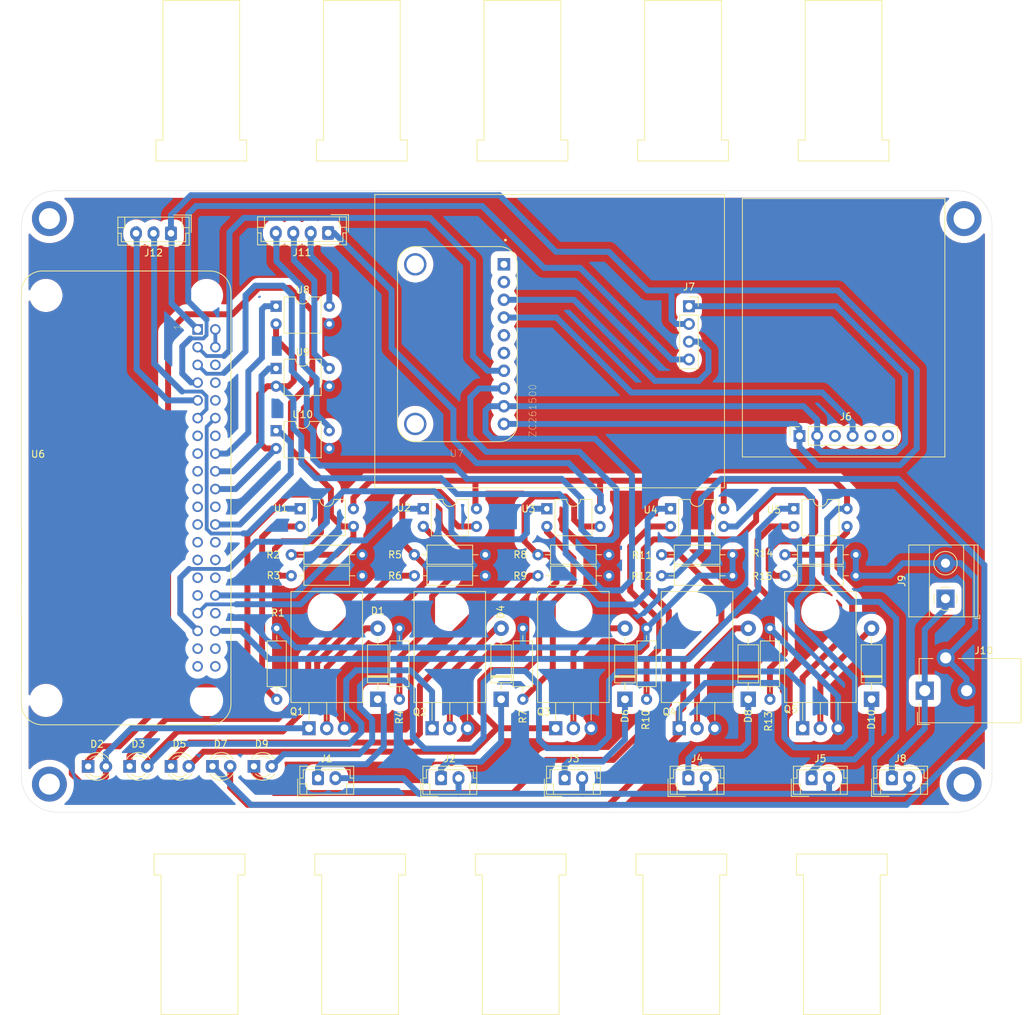
<source format=kicad_pcb>
(kicad_pcb (version 20171130) (host pcbnew "(5.1.10)-1")
  (layers (0 F.Cu signal) (31 B.Cu signal) (34 B.Paste user) (35 F.Paste user) (36 B.SilkS user) (37 F.SilkS user) (38 B.Mask user) (39 F.Mask user) (44 Edge.Cuts user))
  (net 0 "")
  (net 1 "Net-(D1-Pad2)")
  (net 2 "Net-(D1-Pad1)")
  (net 3 "Net-(D2-Pad2)")
  (net 4 "Net-(D2-Pad1)")
  (net 5 "Net-(D3-Pad2)")
  (net 6 "Net-(D3-Pad1)")
  (net 7 "Net-(D4-Pad2)")
  (net 8 "Net-(D4-Pad1)")
  (net 9 "Net-(D5-Pad2)")
  (net 10 "Net-(D5-Pad1)")
  (net 11 "Net-(D6-Pad2)")
  (net 12 "Net-(D6-Pad1)")
  (net 13 "Net-(D7-Pad2)")
  (net 14 "Net-(D7-Pad1)")
  (net 15 "Net-(D8-Pad2)")
  (net 16 "Net-(D8-Pad1)")
  (net 17 "Net-(D9-Pad2)")
  (net 18 "Net-(D9-Pad1)")
  (net 19 "Net-(D10-Pad2)")
  (net 20 "Net-(D10-Pad1)")
  (net 21 VCC)
  (net 22 "Net-(J6-Pad6)")
  (net 23 "Net-(J6-Pad5)")
  (net 24 pH)
  (net 25 "Net-(J6-Pad3)")
  (net 26 GNDA)
  (net 27 +3V3)
  (net 28 Temp)
  (net 29 TDS)
  (net 30 +12V)
  (net 31 GND)
  (net 32 "Net-(J11-Pad4)")
  (net 33 "Net-(J11-Pad3)")
  (net 34 "Net-(J11-Pad2)")
  (net 35 Water_level)
  (net 36 "Net-(R1-Pad1)")
  (net 37 "Net-(R4-Pad1)")
  (net 38 "Net-(R7-Pad1)")
  (net 39 "Net-(R10-Pad1)")
  (net 40 "Net-(R13-Pad1)")
  (net 41 pin_Acid)
  (net 42 pin_Alkaline)
  (net 43 pin_Down)
  (net 44 pin_Up)
  (net 45 pin_WP)
  (net 46 "Net-(U6-Pad21)")
  (net 47 "Net-(U6-Pad29)")
  (net 48 "Net-(U6-Pad8)")
  (net 49 "Net-(U6-Pad31)")
  (net 50 B_LED)
  (net 51 "Net-(U6-Pad17)")
  (net 52 "Net-(U6-Pad37)")
  (net 53 "Net-(U6-Pad19)")
  (net 54 "Net-(U6-Pad10)")
  (net 55 "Net-(U6-Pad13)")
  (net 56 "Net-(U6-Pad28)")
  (net 57 "Net-(U6-Pad27)")
  (net 58 R_LED)
  (net 59 "Net-(U6-Pad23)")
  (net 60 +5V)
  (net 61 SCL)
  (net 62 G_LED)
  (net 63 "Net-(U6-Pad15)")
  (net 64 SDA)
  (net 65 "Net-(U7-Pad1)")
  (net 66 "Net-(U7-Pad2)")
  (net 67 "Net-(U7-Pad5)")
  (net 68 "Net-(U7-Pad6)")
  (net 69 "Net-(U6-Pad40)")
  (net 70 "Net-(U6-Pad38)")
  (net 71 "Net-(U6-Pad26)")
  (net 72 "Net-(U6-Pad22)")
  (module Package_TO_SOT_THT:TO-220-3_Horizontal_TabDown (layer F.Cu) (at 130.22 128.99)
    (fp_text reference Q4 (at -1.4 -2.33) (layer F.SilkS))
    (fp_text value IRLZ44N)
    (pad 3 thru_hole oval (at 5.08 0) (size 1.905 2) (drill 1.1) (layers *.Cu *.Mask) (net 31 GND))
    (pad 2 thru_hole oval (at 2.54 0) (size 1.905 2) (drill 1.1) (layers *.Cu *.Mask) (net 15 "Net-(D8-Pad2)"))
    (pad 1 thru_hole rect (at 0 0) (size 1.905 2) (drill 1.1) (layers *.Cu *.Mask) (net 13 "Net-(D7-Pad2)"))
    (pad "" np_thru_hole oval (at 2.54 -16.66) (size 3.5 3.5) (drill 3.5) (layers *.Cu *.Mask))
  )
  (module Connector_JST:JST_EH_B2B-EH-A_1x02_P2.50mm_Vertical (layer F.Cu) (at 113.8 136.14)
    (fp_text reference J3 (at 1.25 -2.8) (layer F.SilkS))
    (fp_text value Conn_01x02_Male)
    (pad 2 thru_hole oval (at 2.5 0) (size 1.7 2) (drill 1) (layers *.Cu *.Mask) (net 21 VCC))
    (pad 1 thru_hole roundrect (at 0 0) (size 1.7 2) (drill 1) (layers *.Cu *.Mask) (roundrect_rratio 0.147059) (net 12 "Net-(D6-Pad1)"))
  )
  (module Connector_JST:JST_EH_B2B-EH-A_1x02_P2.50mm_Vertical (layer F.Cu) (at 131.51 136.14)
    (fp_text reference J4 (at 1.25 -2.8) (layer F.SilkS))
    (fp_text value Conn_01x02_Male)
    (pad 2 thru_hole oval (at 2.5 0) (size 1.7 2) (drill 1) (layers *.Cu *.Mask) (net 21 VCC))
    (pad 1 thru_hole roundrect (at 0 0) (size 1.7 2) (drill 1) (layers *.Cu *.Mask) (roundrect_rratio 0.147059) (net 16 "Net-(D8-Pad1)"))
  )
  (module Connector_JST:JST_EH_B2B-EH-A_1x02_P2.50mm_Vertical (layer F.Cu) (at 149.17 136.14)
    (fp_text reference J5 (at 1.25 -2.8) (layer F.SilkS))
    (fp_text value Conn_01x02_Male)
    (pad 2 thru_hole oval (at 2.5 0) (size 1.7 2) (drill 1) (layers *.Cu *.Mask) (net 21 VCC))
    (pad 1 thru_hole roundrect (at 0 0) (size 1.7 2) (drill 1) (layers *.Cu *.Mask) (roundrect_rratio 0.147059) (net 20 "Net-(D10-Pad1)"))
  )
  (module ZC261500:MODULE_ZC261500 (layer F.Cu) (at 98.43 73.9785 90)
    (fp_text reference U7 (at -15.6515 -0.1 180) (layer F.SilkS) (effects (font (thickness 0.05))))
    (fp_text value ZC261500 (at -9.525 10.795 90) (layer F.SilkS) (effects (font (thickness 0.05))))
    (pad P2 thru_hole circle (at 11.43 -6.0325 90) (size 3.2 3.2) (drill 2.5) (layers *.Cu *.Mask))
    (pad P1 thru_hole circle (at -11.43 -6.0325 90) (size 3.2 3.2) (drill 2.5) (layers *.Cu *.Mask))
    (pad 1 thru_hole rect (at 11.43 6.6675 90) (size 1.778 1.778) (drill 1) (layers *.Cu *.Mask) (net 65 "Net-(U7-Pad1)"))
    (pad 2 thru_hole circle (at 8.89 6.6675 90) (size 1.778 1.778) (drill 1) (layers *.Cu *.Mask) (net 66 "Net-(U7-Pad2)"))
    (pad 3 thru_hole circle (at 6.35 6.6675 90) (size 1.778 1.778) (drill 1) (layers *.Cu *.Mask) (net 29 TDS))
    (pad 4 thru_hole circle (at 3.81 6.6675 90) (size 1.778 1.778) (drill 1) (layers *.Cu *.Mask) (net 24 pH))
    (pad 5 thru_hole circle (at 1.27 6.6675 90) (size 1.778 1.778) (drill 1) (layers *.Cu *.Mask) (net 67 "Net-(U7-Pad5)"))
    (pad 10 thru_hole circle (at -11.43 6.6675 90) (size 1.778 1.778) (drill 1) (layers *.Cu *.Mask) (net 27 +3V3))
    (pad 9 thru_hole circle (at -8.89 6.6675 90) (size 1.778 1.778) (drill 1) (layers *.Cu *.Mask) (net 26 GNDA))
    (pad 8 thru_hole circle (at -6.35 6.6675 90) (size 1.778 1.778) (drill 1) (layers *.Cu *.Mask) (net 61 SCL))
    (pad 7 thru_hole circle (at -3.81 6.6675 90) (size 1.778 1.778) (drill 1) (layers *.Cu *.Mask) (net 64 SDA))
    (pad 6 thru_hole circle (at -1.27 6.6675 90) (size 1.778 1.778) (drill 1) (layers *.Cu *.Mask) (net 68 "Net-(U7-Pad6)"))
  )
  (module Package_TO_SOT_THT:TO-220-3_Horizontal_TabDown (layer F.Cu) (at 77.18 128.99)
    (fp_text reference Q1 (at -1.74 -2.39) (layer F.SilkS))
    (fp_text value IRLZ44N)
    (pad 3 thru_hole oval (at 5.08 0) (size 1.905 2) (drill 1.1) (layers *.Cu *.Mask) (net 31 GND))
    (pad 2 thru_hole oval (at 2.54 0) (size 1.905 2) (drill 1.1) (layers *.Cu *.Mask) (net 1 "Net-(D1-Pad2)"))
    (pad 1 thru_hole rect (at 0 0) (size 1.905 2) (drill 1.1) (layers *.Cu *.Mask) (net 3 "Net-(D2-Pad2)"))
    (pad "" np_thru_hole oval (at 2.54 -16.66) (size 3.5 3.5) (drill 3.5) (layers *.Cu *.Mask))
  )
  (module ADA3708:ADA3708_RPI-ZERO (layer F.Cu) (at 62.5 96 270)
    (fp_text reference U6 (at -6.27 24.13) (layer F.SilkS))
    (fp_text value ADA3708)
    (fp_text user 1 (at -24.4727 4.13175 90) (layer F.SilkS) (effects (font (thickness 0.05))))
    (pad Hole np_thru_hole circle (at 29 0 270) (size 2.75 2.75) (drill 2.75) (layers *.Cu *.Mask))
    (pad Hole np_thru_hole circle (at 29 23 270) (size 2.75 2.75) (drill 2.75) (layers *.Cu *.Mask))
    (pad Hole np_thru_hole circle (at -29 0 270) (size 2.75 2.75) (drill 2.75) (layers *.Cu *.Mask))
    (pad Hole np_thru_hole circle (at -29 23 270) (size 2.75 2.75) (drill 2.75) (layers *.Cu *.Mask))
    (pad 40 thru_hole circle (at 24.13 -1.27 270) (size 1.508 1.508) (drill 1) (layers *.Cu *.Mask) (net 69 "Net-(U6-Pad40)"))
    (pad 39 thru_hole circle (at 24.13 1.27 270) (size 1.508 1.508) (drill 1) (layers *.Cu *.Mask) (net 26 GNDA))
    (pad 38 thru_hole circle (at 21.59 -1.27 270) (size 1.508 1.508) (drill 1) (layers *.Cu *.Mask) (net 70 "Net-(U6-Pad38)"))
    (pad 37 thru_hole circle (at 21.59 1.27 270) (size 1.508 1.508) (drill 1) (layers *.Cu *.Mask) (net 52 "Net-(U6-Pad37)"))
    (pad 36 thru_hole circle (at 19.05 -1.27 270) (size 1.508 1.508) (drill 1) (layers *.Cu *.Mask) (net 45 pin_WP))
    (pad 35 thru_hole circle (at 19.05 1.27 270) (size 1.508 1.508) (drill 1) (layers *.Cu *.Mask) (net 43 pin_Down))
    (pad 34 thru_hole circle (at 16.51 -1.27 270) (size 1.508 1.508) (drill 1) (layers *.Cu *.Mask) (net 26 GNDA))
    (pad 33 thru_hole circle (at 16.51 1.27 270) (size 1.508 1.508) (drill 1) (layers *.Cu *.Mask) (net 44 pin_Up))
    (pad 32 thru_hole circle (at 13.97 -1.27 270) (size 1.508 1.508) (drill 1) (layers *.Cu *.Mask) (net 42 pin_Alkaline))
    (pad 31 thru_hole circle (at 13.97 1.27 270) (size 1.508 1.508) (drill 1) (layers *.Cu *.Mask) (net 49 "Net-(U6-Pad31)"))
    (pad 30 thru_hole circle (at 11.43 -1.27 270) (size 1.508 1.508) (drill 1) (layers *.Cu *.Mask) (net 26 GNDA))
    (pad 29 thru_hole circle (at 11.43 1.27 270) (size 1.508 1.508) (drill 1) (layers *.Cu *.Mask) (net 47 "Net-(U6-Pad29)"))
    (pad 28 thru_hole circle (at 8.89 -1.27 270) (size 1.508 1.508) (drill 1) (layers *.Cu *.Mask) (net 56 "Net-(U6-Pad28)"))
    (pad 27 thru_hole circle (at 8.89 1.27 270) (size 1.508 1.508) (drill 1) (layers *.Cu *.Mask) (net 57 "Net-(U6-Pad27)"))
    (pad 26 thru_hole circle (at 6.35 -1.27 270) (size 1.508 1.508) (drill 1) (layers *.Cu *.Mask) (net 71 "Net-(U6-Pad26)"))
    (pad 25 thru_hole circle (at 6.35 1.27 270) (size 1.508 1.508) (drill 1) (layers *.Cu *.Mask) (net 26 GNDA))
    (pad 24 thru_hole circle (at 3.81 -1.27 270) (size 1.508 1.508) (drill 1) (layers *.Cu *.Mask) (net 50 B_LED))
    (pad 23 thru_hole circle (at 3.81 1.27 270) (size 1.508 1.508) (drill 1) (layers *.Cu *.Mask) (net 59 "Net-(U6-Pad23)"))
    (pad 22 thru_hole circle (at 1.27 -1.27 270) (size 1.508 1.508) (drill 1) (layers *.Cu *.Mask) (net 72 "Net-(U6-Pad22)"))
    (pad 21 thru_hole circle (at 1.27 1.27 270) (size 1.508 1.508) (drill 1) (layers *.Cu *.Mask) (net 46 "Net-(U6-Pad21)"))
    (pad 20 thru_hole circle (at -1.27 -1.27 270) (size 1.508 1.508) (drill 1) (layers *.Cu *.Mask) (net 26 GNDA))
    (pad 19 thru_hole circle (at -1.27 1.27 270) (size 1.508 1.508) (drill 1) (layers *.Cu *.Mask) (net 53 "Net-(U6-Pad19)"))
    (pad 18 thru_hole circle (at -3.81 -1.27 270) (size 1.508 1.508) (drill 1) (layers *.Cu *.Mask) (net 62 G_LED))
    (pad 17 thru_hole circle (at -3.81 1.27 270) (size 1.508 1.508) (drill 1) (layers *.Cu *.Mask) (net 51 "Net-(U6-Pad17)"))
    (pad 16 thru_hole circle (at -6.35 -1.27 270) (size 1.508 1.508) (drill 1) (layers *.Cu *.Mask) (net 58 R_LED))
    (pad 15 thru_hole circle (at -6.35 1.27 270) (size 1.508 1.508) (drill 1) (layers *.Cu *.Mask) (net 63 "Net-(U6-Pad15)"))
    (pad 14 thru_hole circle (at -8.89 -1.27 270) (size 1.508 1.508) (drill 1) (layers *.Cu *.Mask) (net 26 GNDA))
    (pad 13 thru_hole circle (at -8.89 1.27 270) (size 1.508 1.508) (drill 1) (layers *.Cu *.Mask) (net 55 "Net-(U6-Pad13)"))
    (pad 12 thru_hole circle (at -11.43 -1.27 270) (size 1.508 1.508) (drill 1) (layers *.Cu *.Mask) (net 41 pin_Acid))
    (pad 11 thru_hole circle (at -11.43 1.27 270) (size 1.508 1.508) (drill 1) (layers *.Cu *.Mask) (net 35 Water_level))
    (pad 10 thru_hole circle (at -13.97 -1.27 270) (size 1.508 1.508) (drill 1) (layers *.Cu *.Mask) (net 54 "Net-(U6-Pad10)"))
    (pad 9 thru_hole circle (at -13.97 1.27 270) (size 1.508 1.508) (drill 1) (layers *.Cu *.Mask) (net 26 GNDA))
    (pad 8 thru_hole circle (at -16.51 -1.27 270) (size 1.508 1.508) (drill 1) (layers *.Cu *.Mask) (net 48 "Net-(U6-Pad8)"))
    (pad 7 thru_hole circle (at -16.51 1.27 270) (size 1.508 1.508) (drill 1) (layers *.Cu *.Mask) (net 28 Temp))
    (pad 6 thru_hole circle (at -19.05 -1.27 270) (size 1.508 1.508) (drill 1) (layers *.Cu *.Mask) (net 26 GNDA))
    (pad 5 thru_hole circle (at -19.05 1.27 270) (size 1.508 1.508) (drill 1) (layers *.Cu *.Mask) (net 61 SCL))
    (pad 4 thru_hole circle (at -21.59 -1.27 270) (size 1.508 1.508) (drill 1) (layers *.Cu *.Mask) (net 60 +5V))
    (pad 3 thru_hole circle (at -21.59 1.27 270) (size 1.508 1.508) (drill 1) (layers *.Cu *.Mask) (net 64 SDA))
    (pad 2 thru_hole circle (at -24.13 -1.27 270) (size 1.508 1.508) (drill 1) (layers *.Cu *.Mask) (net 60 +5V))
    (pad 1 thru_hole rect (at -24.13 1.27 270) (size 1.508 1.508) (drill 1) (layers *.Cu *.Mask) (net 27 +3V3))
  )
  (module Package_DIP:DIP-4_W7.62mm (layer F.Cu) (at 72.465001 86.38)
    (fp_text reference U10 (at 3.81 -2.33) (layer F.SilkS))
    (fp_text value PC817)
    (pad 4 thru_hole oval (at 7.62 0) (size 1.6 1.6) (drill 0.8) (layers *.Cu *.Mask) (net 32 "Net-(J11-Pad4)"))
    (pad 2 thru_hole oval (at 0 2.54) (size 1.6 1.6) (drill 0.8) (layers *.Cu *.Mask) (net 26 GNDA))
    (pad 3 thru_hole oval (at 7.62 2.54) (size 1.6 1.6) (drill 0.8) (layers *.Cu *.Mask) (net 31 GND))
    (pad 1 thru_hole rect (at 0 0) (size 1.6 1.6) (drill 0.8) (layers *.Cu *.Mask) (net 50 B_LED))
  )
  (module Package_DIP:DIP-4_W7.62mm (layer F.Cu) (at 72.465001 77.463332)
    (fp_text reference U9 (at 3.81 -2.33) (layer F.SilkS))
    (fp_text value PC817)
    (pad 4 thru_hole oval (at 7.62 0) (size 1.6 1.6) (drill 0.8) (layers *.Cu *.Mask) (net 33 "Net-(J11-Pad3)"))
    (pad 2 thru_hole oval (at 0 2.54) (size 1.6 1.6) (drill 0.8) (layers *.Cu *.Mask) (net 26 GNDA))
    (pad 3 thru_hole oval (at 7.62 2.54) (size 1.6 1.6) (drill 0.8) (layers *.Cu *.Mask) (net 31 GND))
    (pad 1 thru_hole rect (at 0 0) (size 1.6 1.6) (drill 0.8) (layers *.Cu *.Mask) (net 62 G_LED))
  )
  (module Package_DIP:DIP-4_W7.62mm (layer F.Cu) (at 72.465001 68.546666)
    (fp_text reference U8 (at 3.81 -2.33) (layer F.SilkS))
    (fp_text value PC817)
    (pad 4 thru_hole oval (at 7.62 0) (size 1.6 1.6) (drill 0.8) (layers *.Cu *.Mask) (net 34 "Net-(J11-Pad2)"))
    (pad 2 thru_hole oval (at 0 2.54) (size 1.6 1.6) (drill 0.8) (layers *.Cu *.Mask) (net 26 GNDA))
    (pad 3 thru_hole oval (at 7.62 2.54) (size 1.6 1.6) (drill 0.8) (layers *.Cu *.Mask) (net 31 GND))
    (pad 1 thru_hole rect (at 0 0) (size 1.6 1.6) (drill 0.8) (layers *.Cu *.Mask) (net 58 R_LED))
  )
  (module Package_DIP:DIP-4_W7.62mm (layer F.Cu) (at 146.62 97.55)
    (fp_text reference U5 (at -2.86 0.17) (layer F.SilkS))
    (fp_text value PC817)
    (pad 4 thru_hole oval (at 7.62 0) (size 1.6 1.6) (drill 0.8) (layers *.Cu *.Mask) (net 21 VCC))
    (pad 2 thru_hole oval (at 0 2.54) (size 1.6 1.6) (drill 0.8) (layers *.Cu *.Mask) (net 40 "Net-(R13-Pad1)"))
    (pad 3 thru_hole oval (at 7.62 2.54) (size 1.6 1.6) (drill 0.8) (layers *.Cu *.Mask) (net 17 "Net-(D9-Pad2)"))
    (pad 1 thru_hole rect (at 0 0) (size 1.6 1.6) (drill 0.8) (layers *.Cu *.Mask) (net 45 pin_WP))
  )
  (module Package_DIP:DIP-4_W7.62mm (layer F.Cu) (at 128.96 97.55)
    (fp_text reference U4 (at -2.86 0.17) (layer F.SilkS))
    (fp_text value PC817)
    (pad 4 thru_hole oval (at 7.62 0) (size 1.6 1.6) (drill 0.8) (layers *.Cu *.Mask) (net 21 VCC))
    (pad 2 thru_hole oval (at 0 2.54) (size 1.6 1.6) (drill 0.8) (layers *.Cu *.Mask) (net 39 "Net-(R10-Pad1)"))
    (pad 3 thru_hole oval (at 7.62 2.54) (size 1.6 1.6) (drill 0.8) (layers *.Cu *.Mask) (net 13 "Net-(D7-Pad2)"))
    (pad 1 thru_hole rect (at 0 0) (size 1.6 1.6) (drill 0.8) (layers *.Cu *.Mask) (net 44 pin_Up))
  )
  (module Package_DIP:DIP-4_W7.62mm (layer F.Cu) (at 111.25 97.55)
    (fp_text reference U3 (at -2.65 0.02) (layer F.SilkS))
    (fp_text value PC817)
    (pad 4 thru_hole oval (at 7.62 0) (size 1.6 1.6) (drill 0.8) (layers *.Cu *.Mask) (net 21 VCC))
    (pad 2 thru_hole oval (at 0 2.54) (size 1.6 1.6) (drill 0.8) (layers *.Cu *.Mask) (net 38 "Net-(R7-Pad1)"))
    (pad 3 thru_hole oval (at 7.62 2.54) (size 1.6 1.6) (drill 0.8) (layers *.Cu *.Mask) (net 9 "Net-(D5-Pad2)"))
    (pad 1 thru_hole rect (at 0 0) (size 1.6 1.6) (drill 0.8) (layers *.Cu *.Mask) (net 43 pin_Down))
  )
  (module Package_DIP:DIP-4_W7.62mm (layer F.Cu) (at 93.55 97.55)
    (fp_text reference U2 (at -2.79 -0.14) (layer F.SilkS))
    (fp_text value PC817)
    (pad 4 thru_hole oval (at 7.62 0) (size 1.6 1.6) (drill 0.8) (layers *.Cu *.Mask) (net 21 VCC))
    (pad 2 thru_hole oval (at 0 2.54) (size 1.6 1.6) (drill 0.8) (layers *.Cu *.Mask) (net 37 "Net-(R4-Pad1)"))
    (pad 3 thru_hole oval (at 7.62 2.54) (size 1.6 1.6) (drill 0.8) (layers *.Cu *.Mask) (net 5 "Net-(D3-Pad2)"))
    (pad 1 thru_hole rect (at 0 0) (size 1.6 1.6) (drill 0.8) (layers *.Cu *.Mask) (net 42 pin_Alkaline))
  )
  (module Package_DIP:DIP-4_W7.62mm (layer F.Cu) (at 75.92 97.55)
    (fp_text reference U1 (at -2.77 -0.06) (layer F.SilkS))
    (fp_text value PC817)
    (pad 4 thru_hole oval (at 7.62 0) (size 1.6 1.6) (drill 0.8) (layers *.Cu *.Mask) (net 21 VCC))
    (pad 2 thru_hole oval (at 0 2.54) (size 1.6 1.6) (drill 0.8) (layers *.Cu *.Mask) (net 36 "Net-(R1-Pad1)"))
    (pad 3 thru_hole oval (at 7.62 2.54) (size 1.6 1.6) (drill 0.8) (layers *.Cu *.Mask) (net 3 "Net-(D2-Pad2)"))
    (pad 1 thru_hole rect (at 0 0) (size 1.6 1.6) (drill 0.8) (layers *.Cu *.Mask) (net 41 pin_Acid))
  )
  (module Resistor_THT:R_Axial_DIN0207_L6.3mm_D2.5mm_P10.16mm_Horizontal (layer F.Cu) (at 145.34 107.15)
    (fp_text reference R15 (at -3.25 0.07) (layer F.SilkS))
    (fp_text value 1k)
    (pad 2 thru_hole oval (at 10.16 0) (size 1.6 1.6) (drill 0.8) (layers *.Cu *.Mask) (net 31 GND))
    (pad 1 thru_hole circle (at 0 0) (size 1.6 1.6) (drill 0.8) (layers *.Cu *.Mask) (net 18 "Net-(D9-Pad1)"))
  )
  (module Resistor_THT:R_Axial_DIN0207_L6.3mm_D2.5mm_P10.16mm_Horizontal (layer F.Cu) (at 145.34 104.14)
    (fp_text reference R14 (at -3.17 -0.22) (layer F.SilkS))
    (fp_text value 10k)
    (pad 2 thru_hole oval (at 10.16 0) (size 1.6 1.6) (drill 0.8) (layers *.Cu *.Mask) (net 31 GND))
    (pad 1 thru_hole circle (at 0 0) (size 1.6 1.6) (drill 0.8) (layers *.Cu *.Mask) (net 17 "Net-(D9-Pad2)"))
  )
  (module Resistor_THT:R_Axial_DIN0207_L6.3mm_D2.5mm_P10.16mm_Horizontal (layer F.Cu) (at 143.2 124.84 90)
    (fp_text reference R13 (at -3.17 -0.22 90) (layer F.SilkS))
    (fp_text value 330)
    (pad 2 thru_hole oval (at 10.16 0 90) (size 1.6 1.6) (drill 0.8) (layers *.Cu *.Mask) (net 31 GND))
    (pad 1 thru_hole circle (at 0 0 90) (size 1.6 1.6) (drill 0.8) (layers *.Cu *.Mask) (net 40 "Net-(R13-Pad1)"))
  )
  (module Resistor_THT:R_Axial_DIN0207_L6.3mm_D2.5mm_P10.16mm_Horizontal (layer F.Cu) (at 127.68 107.15)
    (fp_text reference R12 (at -2.87 0.06) (layer F.SilkS))
    (fp_text value 1k)
    (pad 2 thru_hole oval (at 10.16 0) (size 1.6 1.6) (drill 0.8) (layers *.Cu *.Mask) (net 31 GND))
    (pad 1 thru_hole circle (at 0 0) (size 1.6 1.6) (drill 0.8) (layers *.Cu *.Mask) (net 14 "Net-(D7-Pad1)"))
  )
  (module Resistor_THT:R_Axial_DIN0207_L6.3mm_D2.5mm_P10.16mm_Horizontal (layer F.Cu) (at 127.68 104.14)
    (fp_text reference R11 (at -2.81 0.08) (layer F.SilkS))
    (fp_text value 10k)
    (pad 2 thru_hole oval (at 10.16 0) (size 1.6 1.6) (drill 0.8) (layers *.Cu *.Mask) (net 31 GND))
    (pad 1 thru_hole circle (at 0 0) (size 1.6 1.6) (drill 0.8) (layers *.Cu *.Mask) (net 13 "Net-(D7-Pad2)"))
  )
  (module Resistor_THT:R_Axial_DIN0207_L6.3mm_D2.5mm_P10.16mm_Horizontal (layer F.Cu) (at 125.53 124.84 90)
    (fp_text reference R10 (at -2.94 -0.12 90) (layer F.SilkS))
    (fp_text value 330)
    (pad 2 thru_hole oval (at 10.16 0 90) (size 1.6 1.6) (drill 0.8) (layers *.Cu *.Mask) (net 31 GND))
    (pad 1 thru_hole circle (at 0 0 90) (size 1.6 1.6) (drill 0.8) (layers *.Cu *.Mask) (net 39 "Net-(R10-Pad1)"))
  )
  (module Resistor_THT:R_Axial_DIN0207_L6.3mm_D2.5mm_P10.16mm_Horizontal (layer F.Cu) (at 109.97 107.15)
    (fp_text reference R9 (at -2.53 0) (layer F.SilkS))
    (fp_text value 1k)
    (pad 2 thru_hole oval (at 10.16 0) (size 1.6 1.6) (drill 0.8) (layers *.Cu *.Mask) (net 31 GND))
    (pad 1 thru_hole circle (at 0 0) (size 1.6 1.6) (drill 0.8) (layers *.Cu *.Mask) (net 10 "Net-(D5-Pad1)"))
  )
  (module Resistor_THT:R_Axial_DIN0207_L6.3mm_D2.5mm_P10.16mm_Horizontal (layer F.Cu) (at 109.97 104.14)
    (fp_text reference R8 (at -2.53 0) (layer F.SilkS))
    (fp_text value 10k)
    (pad 2 thru_hole oval (at 10.16 0) (size 1.6 1.6) (drill 0.8) (layers *.Cu *.Mask) (net 31 GND))
    (pad 1 thru_hole circle (at 0 0) (size 1.6 1.6) (drill 0.8) (layers *.Cu *.Mask) (net 9 "Net-(D5-Pad2)"))
  )
  (module Resistor_THT:R_Axial_DIN0207_L6.3mm_D2.5mm_P10.16mm_Horizontal (layer F.Cu) (at 107.81 124.84 90)
    (fp_text reference R7 (at -2.5 0 90) (layer F.SilkS))
    (fp_text value 330)
    (pad 2 thru_hole oval (at 10.16 0 90) (size 1.6 1.6) (drill 0.8) (layers *.Cu *.Mask) (net 31 GND))
    (pad 1 thru_hole circle (at 0 0 90) (size 1.6 1.6) (drill 0.8) (layers *.Cu *.Mask) (net 38 "Net-(R7-Pad1)"))
  )
  (module Resistor_THT:R_Axial_DIN0207_L6.3mm_D2.5mm_P10.16mm_Horizontal (layer F.Cu) (at 92.27 107.15)
    (fp_text reference R6 (at -2.78 0) (layer F.SilkS))
    (fp_text value 1k)
    (pad 2 thru_hole oval (at 10.16 0) (size 1.6 1.6) (drill 0.8) (layers *.Cu *.Mask) (net 31 GND))
    (pad 1 thru_hole circle (at 0 0) (size 1.6 1.6) (drill 0.8) (layers *.Cu *.Mask) (net 6 "Net-(D3-Pad1)"))
  )
  (module Resistor_THT:R_Axial_DIN0207_L6.3mm_D2.5mm_P10.16mm_Horizontal (layer F.Cu) (at 92.27 104.14)
    (fp_text reference R5 (at -2.78 0) (layer F.SilkS))
    (fp_text value 10k)
    (pad 2 thru_hole oval (at 10.16 0) (size 1.6 1.6) (drill 0.8) (layers *.Cu *.Mask) (net 31 GND))
    (pad 1 thru_hole circle (at 0 0) (size 1.6 1.6) (drill 0.8) (layers *.Cu *.Mask) (net 5 "Net-(D3-Pad2)"))
  )
  (module Resistor_THT:R_Axial_DIN0207_L6.3mm_D2.5mm_P10.16mm_Horizontal (layer F.Cu) (at 90.13 124.84 90)
    (fp_text reference R4 (at -2.6 0 90) (layer F.SilkS))
    (fp_text value 330)
    (pad 2 thru_hole oval (at 10.16 0 90) (size 1.6 1.6) (drill 0.8) (layers *.Cu *.Mask) (net 31 GND))
    (pad 1 thru_hole circle (at 0 0 90) (size 1.6 1.6) (drill 0.8) (layers *.Cu *.Mask) (net 37 "Net-(R4-Pad1)"))
  )
  (module Resistor_THT:R_Axial_DIN0207_L6.3mm_D2.5mm_P10.16mm_Horizontal (layer F.Cu) (at 74.64 107.15)
    (fp_text reference R3 (at -2.535 -0.035) (layer F.SilkS))
    (fp_text value 1k)
    (pad 2 thru_hole oval (at 10.16 0) (size 1.6 1.6) (drill 0.8) (layers *.Cu *.Mask) (net 31 GND))
    (pad 1 thru_hole circle (at 0 0) (size 1.6 1.6) (drill 0.8) (layers *.Cu *.Mask) (net 4 "Net-(D2-Pad1)"))
  )
  (module Resistor_THT:R_Axial_DIN0207_L6.3mm_D2.5mm_P10.16mm_Horizontal (layer F.Cu) (at 74.64 104.14)
    (fp_text reference R2 (at -2.585 0.015) (layer F.SilkS))
    (fp_text value 10k)
    (pad 2 thru_hole oval (at 10.16 0) (size 1.6 1.6) (drill 0.8) (layers *.Cu *.Mask) (net 31 GND))
    (pad 1 thru_hole circle (at 0 0) (size 1.6 1.6) (drill 0.8) (layers *.Cu *.Mask) (net 3 "Net-(D2-Pad2)"))
  )
  (module Resistor_THT:R_Axial_DIN0207_L6.3mm_D2.5mm_P10.16mm_Horizontal (layer F.Cu) (at 72.56 124.84 90)
    (fp_text reference R1 (at 12.37 0.16 180) (layer F.SilkS))
    (fp_text value 330)
    (pad 2 thru_hole oval (at 10.16 0 90) (size 1.6 1.6) (drill 0.8) (layers *.Cu *.Mask) (net 31 GND))
    (pad 1 thru_hole circle (at 0 0 90) (size 1.6 1.6) (drill 0.8) (layers *.Cu *.Mask) (net 36 "Net-(R1-Pad1)"))
  )
  (module Package_TO_SOT_THT:TO-220-3_Horizontal_TabDown (layer F.Cu) (at 147.88 128.99)
    (fp_text reference Q5 (at -1.7 -2.71) (layer F.SilkS))
    (fp_text value IRLZ44N)
    (pad 3 thru_hole oval (at 5.08 0) (size 1.905 2) (drill 1.1) (layers *.Cu *.Mask) (net 31 GND))
    (pad 2 thru_hole oval (at 2.54 0) (size 1.905 2) (drill 1.1) (layers *.Cu *.Mask) (net 19 "Net-(D10-Pad2)"))
    (pad 1 thru_hole rect (at 0 0) (size 1.905 2) (drill 1.1) (layers *.Cu *.Mask) (net 17 "Net-(D9-Pad2)"))
    (pad "" np_thru_hole oval (at 2.54 -16.66) (size 3.5 3.5) (drill 3.5) (layers *.Cu *.Mask))
  )
  (module Package_TO_SOT_THT:TO-220-3_Horizontal_TabDown (layer F.Cu) (at 112.51 128.99)
    (fp_text reference Q3 (at -1.71 -2.35) (layer F.SilkS))
    (fp_text value IRLZ44N)
    (pad 3 thru_hole oval (at 5.08 0) (size 1.905 2) (drill 1.1) (layers *.Cu *.Mask) (net 31 GND))
    (pad 2 thru_hole oval (at 2.54 0) (size 1.905 2) (drill 1.1) (layers *.Cu *.Mask) (net 11 "Net-(D6-Pad2)"))
    (pad 1 thru_hole rect (at 0 0) (size 1.905 2) (drill 1.1) (layers *.Cu *.Mask) (net 9 "Net-(D5-Pad2)"))
    (pad "" np_thru_hole oval (at 2.54 -16.66) (size 3.5 3.5) (drill 3.5) (layers *.Cu *.Mask))
  )
  (module Package_TO_SOT_THT:TO-220-3_Horizontal_TabDown (layer F.Cu) (at 94.81 128.99)
    (fp_text reference Q2 (at -1.77 -2.32) (layer F.SilkS))
    (fp_text value IRLZ44N)
    (pad 3 thru_hole oval (at 5.08 0) (size 1.905 2) (drill 1.1) (layers *.Cu *.Mask) (net 31 GND))
    (pad 2 thru_hole oval (at 2.54 0) (size 1.905 2) (drill 1.1) (layers *.Cu *.Mask) (net 7 "Net-(D4-Pad2)"))
    (pad 1 thru_hole rect (at 0 0) (size 1.905 2) (drill 1.1) (layers *.Cu *.Mask) (net 5 "Net-(D3-Pad2)"))
    (pad "" np_thru_hole oval (at 2.54 -16.66) (size 3.5 3.5) (drill 3.5) (layers *.Cu *.Mask))
  )
  (module Connector_JST:JST_EH_B3B-EH-A_1x03_P2.50mm_Vertical (layer F.Cu) (at 57.41 58.1 180)
    (fp_text reference J12 (at 2.5 -2.8) (layer F.SilkS))
    (fp_text value Conn_01x03_Female)
    (pad 3 thru_hole oval (at 5 0 180) (size 1.7 1.95) (drill 0.95) (layers *.Cu *.Mask) (net 26 GNDA))
    (pad 2 thru_hole oval (at 2.5 0 180) (size 1.7 1.95) (drill 0.95) (layers *.Cu *.Mask) (net 35 Water_level))
    (pad 1 thru_hole roundrect (at 0 0 180) (size 1.7 1.95) (drill 0.95) (layers *.Cu *.Mask) (roundrect_rratio 0.147059) (net 27 +3V3))
  )
  (module Connector_JST:JST_EH_B4B-EH-A_1x04_P2.50mm_Vertical (layer F.Cu) (at 79.925001 58.05 180)
    (fp_text reference J11 (at 3.75 -2.8) (layer F.SilkS))
    (fp_text value Conn_01x04_Male)
    (pad 4 thru_hole oval (at 7.5 0 180) (size 1.7 1.95) (drill 0.95) (layers *.Cu *.Mask) (net 32 "Net-(J11-Pad4)"))
    (pad 3 thru_hole oval (at 5 0 180) (size 1.7 1.95) (drill 0.95) (layers *.Cu *.Mask) (net 33 "Net-(J11-Pad3)"))
    (pad 2 thru_hole oval (at 2.5 0 180) (size 1.7 1.95) (drill 0.95) (layers *.Cu *.Mask) (net 34 "Net-(J11-Pad2)"))
    (pad 1 thru_hole roundrect (at 0 0 180) (size 1.7 1.95) (drill 0.95) (layers *.Cu *.Mask) (roundrect_rratio 0.147059) (net 21 VCC))
  )
  (module Connector_BarrelJack:BarrelJack_CUI_PJ-102AH_Horizontal (layer F.Cu) (at 165.37 123.61 90)
    (fp_text reference J10 (at 5.75 8.45) (layer F.SilkS))
    (fp_text value Barrel_Jack_Switch)
    (pad 3 thru_hole circle (at 4.7 3 90) (size 2.6 2.6) (drill 1.6) (layers *.Cu *.Mask) (net 31 GND))
    (pad 2 thru_hole circle (at 0 6 90) (size 2.6 2.6) (drill 1.6) (layers *.Cu *.Mask) (net 31 GND))
    (pad 1 thru_hole rect (at 0 0 90) (size 2.6 2.6) (drill 1.6) (layers *.Cu *.Mask) (net 30 +12V))
  )
  (module TerminalBlock_Phoenix:TerminalBlock_Phoenix_MKDS-1,5-2-5.08_1x02_P5.08mm_Horizontal (layer F.Cu) (at 168.34 110.43 90)
    (fp_text reference J9 (at 2.54 -6.26 90) (layer F.SilkS))
    (fp_text value "Power 12 volt")
    (pad 2 thru_hole circle (at 5.08 0 90) (size 2.6 2.6) (drill 1.3) (layers *.Cu *.Mask) (net 31 GND))
    (pad 1 thru_hole rect (at 0 0 90) (size 2.6 2.6) (drill 1.3) (layers *.Cu *.Mask) (net 30 +12V))
  )
  (module Connector_JST:JST_EH_B2B-EH-A_1x02_P2.50mm_Vertical (layer F.Cu) (at 160.66 136.14)
    (fp_text reference J8 (at 1.25 -2.8) (layer F.SilkS))
    (fp_text value Conn_01x02_Male)
    (pad 2 thru_hole oval (at 2.5 0) (size 1.7 2) (drill 1) (layers *.Cu *.Mask) (net 21 VCC))
    (pad 1 thru_hole roundrect (at 0 0) (size 1.7 2) (drill 1) (layers *.Cu *.Mask) (roundrect_rratio 0.147059) (net 30 +12V))
  )
  (module Connector_PinSocket_2.54mm:PinSocket_1x04_P2.54mm_Vertical (layer F.Cu) (at 131.6 68.55)
    (fp_text reference J7 (at 0 -2.77) (layer F.SilkS))
    (fp_text value TDS_Sensor)
    (pad 4 thru_hole oval (at 0 7.62) (size 1.7 1.7) (drill 1) (layers *.Cu *.Mask) (net 28 Temp))
    (pad 3 thru_hole oval (at 0 5.08) (size 1.7 1.7) (drill 1) (layers *.Cu *.Mask) (net 29 TDS))
    (pad 2 thru_hole oval (at 0 2.54) (size 1.7 1.7) (drill 1) (layers *.Cu *.Mask) (net 27 +3V3))
    (pad 1 thru_hole rect (at 0 0) (size 1.7 1.7) (drill 1) (layers *.Cu *.Mask) (net 26 GNDA))
  )
  (module Connector_PinSocket_2.54mm:PinSocket_1x06_P2.54mm_Vertical (layer F.Cu) (at 147.425 87.13 90)
    (fp_text reference J6 (at 2.77 6.635 180) (layer F.SilkS))
    (fp_text value pH_Sensor)
    (pad 6 thru_hole oval (at 0 12.7 90) (size 1.7 1.7) (drill 1) (layers *.Cu *.Mask) (net 22 "Net-(J6-Pad6)"))
    (pad 5 thru_hole oval (at 0 10.16 90) (size 1.7 1.7) (drill 1) (layers *.Cu *.Mask) (net 23 "Net-(J6-Pad5)"))
    (pad 4 thru_hole oval (at 0 7.62 90) (size 1.7 1.7) (drill 1) (layers *.Cu *.Mask) (net 24 pH))
    (pad 3 thru_hole oval (at 0 5.08 90) (size 1.7 1.7) (drill 1) (layers *.Cu *.Mask) (net 25 "Net-(J6-Pad3)"))
    (pad 2 thru_hole oval (at 0 2.54 90) (size 1.7 1.7) (drill 1) (layers *.Cu *.Mask) (net 26 GNDA))
    (pad 1 thru_hole rect (at 0 0 90) (size 1.7 1.7) (drill 1) (layers *.Cu *.Mask) (net 27 +3V3))
  )
  (module Connector_JST:JST_EH_B2B-EH-A_1x02_P2.50mm_Vertical (layer F.Cu) (at 96.1 136.14)
    (fp_text reference J2 (at 1.25 -2.8) (layer F.SilkS))
    (fp_text value Conn_01x02_Male)
    (pad 2 thru_hole oval (at 2.5 0) (size 1.7 2) (drill 1) (layers *.Cu *.Mask) (net 21 VCC))
    (pad 1 thru_hole roundrect (at 0 0) (size 1.7 2) (drill 1) (layers *.Cu *.Mask) (roundrect_rratio 0.147059) (net 8 "Net-(D4-Pad1)"))
  )
  (module Connector_JST:JST_EH_B2B-EH-A_1x02_P2.50mm_Vertical (layer F.Cu) (at 78.47 136.14)
    (fp_text reference J1 (at 1.25 -2.8) (layer F.SilkS))
    (fp_text value Conn_01x02_Male)
    (pad 2 thru_hole oval (at 2.5 0) (size 1.7 2) (drill 1) (layers *.Cu *.Mask) (net 21 VCC))
    (pad 1 thru_hole roundrect (at 0 0) (size 1.7 2) (drill 1) (layers *.Cu *.Mask) (roundrect_rratio 0.147059) (net 2 "Net-(D1-Pad1)"))
  )
  (module Diode_THT:D_DO-41_SOD81_P10.16mm_Horizontal (layer F.Cu) (at 157.75 124.84 90)
    (fp_text reference D10 (at -2.9 -0.024999 90) (layer F.SilkS))
    (fp_text value 1N4007)
    (pad 2 thru_hole oval (at 10.16 0 90) (size 2.2 2.2) (drill 1.1) (layers *.Cu *.Mask) (net 19 "Net-(D10-Pad2)"))
    (pad 1 thru_hole rect (at 0 0 90) (size 2.2 2.2) (drill 1.1) (layers *.Cu *.Mask) (net 20 "Net-(D10-Pad1)"))
  )
  (module LED_THT:LED_D3.0mm (layer F.Cu) (at 69.29 134.45)
    (fp_text reference D9 (at 1.12 -3.2) (layer F.SilkS))
    (fp_text value LED)
    (pad 2 thru_hole circle (at 2.54 0) (size 1.8 1.8) (drill 0.9) (layers *.Cu *.Mask) (net 17 "Net-(D9-Pad2)"))
    (pad 1 thru_hole rect (at 0 0) (size 1.8 1.8) (drill 0.9) (layers *.Cu *.Mask) (net 18 "Net-(D9-Pad1)"))
  )
  (module Diode_THT:D_DO-41_SOD81_P10.16mm_Horizontal (layer F.Cu) (at 140.09 124.84 90)
    (fp_text reference D8 (at -2.42 -0.01 90) (layer F.SilkS))
    (fp_text value 1N4007)
    (pad 2 thru_hole oval (at 10.16 0 90) (size 2.2 2.2) (drill 1.1) (layers *.Cu *.Mask) (net 15 "Net-(D8-Pad2)"))
    (pad 1 thru_hole rect (at 0 0 90) (size 2.2 2.2) (drill 1.1) (layers *.Cu *.Mask) (net 16 "Net-(D8-Pad1)"))
  )
  (module LED_THT:LED_D3.0mm (layer F.Cu) (at 63.355 134.45)
    (fp_text reference D7 (at 1.15875 -3.2) (layer F.SilkS))
    (fp_text value LED)
    (pad 2 thru_hole circle (at 2.54 0) (size 1.8 1.8) (drill 0.9) (layers *.Cu *.Mask) (net 13 "Net-(D7-Pad2)"))
    (pad 1 thru_hole rect (at 0 0) (size 1.8 1.8) (drill 0.9) (layers *.Cu *.Mask) (net 14 "Net-(D7-Pad1)"))
  )
  (module Diode_THT:D_DO-41_SOD81_P10.16mm_Horizontal (layer F.Cu) (at 122.43 124.84 90)
    (fp_text reference D6 (at -2.4 0 90) (layer F.SilkS))
    (fp_text value 1N4007)
    (pad 2 thru_hole oval (at 10.16 0 90) (size 2.2 2.2) (drill 1.1) (layers *.Cu *.Mask) (net 11 "Net-(D6-Pad2)"))
    (pad 1 thru_hole rect (at 0 0 90) (size 2.2 2.2) (drill 1.1) (layers *.Cu *.Mask) (net 12 "Net-(D6-Pad1)"))
  )
  (module LED_THT:LED_D3.0mm (layer F.Cu) (at 57.42 134.45)
    (fp_text reference D5 (at 1.1975 -3.2) (layer F.SilkS))
    (fp_text value LED)
    (pad 2 thru_hole circle (at 2.54 0) (size 1.8 1.8) (drill 0.9) (layers *.Cu *.Mask) (net 9 "Net-(D5-Pad2)"))
    (pad 1 thru_hole rect (at 0 0) (size 1.8 1.8) (drill 0.9) (layers *.Cu *.Mask) (net 10 "Net-(D5-Pad1)"))
  )
  (module Diode_THT:D_DO-41_SOD81_P10.16mm_Horizontal (layer F.Cu) (at 104.7 124.84 90)
    (fp_text reference D4 (at 12.51 -0.06 90) (layer F.SilkS))
    (fp_text value 1N4007)
    (pad 2 thru_hole oval (at 10.16 0 90) (size 2.2 2.2) (drill 1.1) (layers *.Cu *.Mask) (net 7 "Net-(D4-Pad2)"))
    (pad 1 thru_hole rect (at 0 0 90) (size 2.2 2.2) (drill 1.1) (layers *.Cu *.Mask) (net 8 "Net-(D4-Pad1)"))
  )
  (module LED_THT:LED_D3.0mm (layer F.Cu) (at 51.485 134.45)
    (fp_text reference D3 (at 1.23625 -3.2) (layer F.SilkS))
    (fp_text value LED)
    (pad 2 thru_hole circle (at 2.54 0) (size 1.8 1.8) (drill 0.9) (layers *.Cu *.Mask) (net 5 "Net-(D3-Pad2)"))
    (pad 1 thru_hole rect (at 0 0) (size 1.8 1.8) (drill 0.9) (layers *.Cu *.Mask) (net 6 "Net-(D3-Pad1)"))
  )
  (module LED_THT:LED_D3.0mm (layer F.Cu) (at 45.55 134.46)
    (fp_text reference D2 (at 1.275 -3.2) (layer F.SilkS))
    (fp_text value LED)
    (pad 2 thru_hole circle (at 2.54 0) (size 1.8 1.8) (drill 0.9) (layers *.Cu *.Mask) (net 3 "Net-(D2-Pad2)"))
    (pad 1 thru_hole rect (at 0 0) (size 1.8 1.8) (drill 0.9) (layers *.Cu *.Mask) (net 4 "Net-(D2-Pad1)"))
  )
  (module Diode_THT:D_DO-41_SOD81_P10.16mm_Horizontal (layer F.Cu) (at 87.03 124.84 90)
    (fp_text reference D1 (at 12.66 -0.01) (layer F.SilkS))
    (fp_text value 1N4007)
    (pad 2 thru_hole oval (at 10.16 0 90) (size 2.2 2.2) (drill 1.1) (layers *.Cu *.Mask) (net 1 "Net-(D1-Pad2)"))
    (pad 1 thru_hole rect (at 0 0 90) (size 2.2 2.2) (drill 1.1) (layers *.Cu *.Mask) (net 2 "Net-(D1-Pad1)"))
  )
  (gr_line (start 41 52) (end 170 52) (layer Edge.Cuts) (width 0.05))
  (gr_line (start 36 136) (end 36 57) (layer Edge.Cuts) (width 0.05))
  (gr_line (start 170 141) (end 41 141) (layer Edge.Cuts) (width 0.05))
  (gr_line (start 175 57) (end 175 136) (layer Edge.Cuts) (width 0.05))
  (gr_arc (start 170 57) (end 175 57) (angle -90) (layer Edge.Cuts) (width 0.05))
  (gr_arc (start 41 57) (end 41 52) (angle -90) (layer Edge.Cuts) (width 0.05))
  (gr_arc (start 41 136) (end 36 136) (angle -90) (layer Edge.Cuts) (width 0.05))
  (gr_arc (start 170 136) (end 170 141) (angle -90) (layer Edge.Cuts) (width 0.05))
  (gr_line (start 91.25 44.75) (end 91.25 47.75) (layer F.SilkS) (width 0.12))
  (gr_line (start 102.25 44.75) (end 102.25 24.75) (layer F.SilkS) (width 0.12))
  (gr_line (start 113.25 44.75) (end 114.25 44.75) (layer F.SilkS) (width 0.12))
  (gr_line (start 101.25 47.75) (end 101.25 44.75) (layer F.SilkS) (width 0.12))
  (gr_line (start 102.25 24.75) (end 113.25 24.75) (layer F.SilkS) (width 0.12))
  (gr_line (start 101.25 44.75) (end 102.25 44.75) (layer F.SilkS) (width 0.12))
  (gr_line (start 90.25 24.75) (end 90.25 44.75) (layer F.SilkS) (width 0.12))
  (gr_line (start 137.25 47.75) (end 124.25 47.75) (layer F.SilkS) (width 0.12))
  (gr_line (start 79.25 24.75) (end 90.25 24.75) (layer F.SilkS) (width 0.12))
  (gr_line (start 113.25 24.75) (end 113.25 44.75) (layer F.SilkS) (width 0.12))
  (gr_line (start 91.25 47.75) (end 78.25 47.75) (layer F.SilkS) (width 0.12))
  (gr_line (start 90.25 44.75) (end 91.25 44.75) (layer F.SilkS) (width 0.12))
  (gr_line (start 114.25 44.75) (end 114.25 47.75) (layer F.SilkS) (width 0.12))
  (gr_line (start 114.25 47.75) (end 101.25 47.75) (layer F.SilkS) (width 0.12))
  (gr_line (start 125.25 24.75) (end 136.25 24.75) (layer F.SilkS) (width 0.12))
  (gr_line (start 136.25 24.75) (end 136.25 44.75) (layer F.SilkS) (width 0.12))
  (gr_line (start 136.25 44.75) (end 137.25 44.75) (layer F.SilkS) (width 0.12))
  (gr_line (start 160.25 44.75) (end 160.25 47.75) (layer F.SilkS) (width 0.12))
  (gr_line (start 147.25 44.75) (end 148.25 44.75) (layer F.SilkS) (width 0.12))
  (gr_line (start 148.25 44.75) (end 148.25 24.75) (layer F.SilkS) (width 0.12))
  (gr_line (start 68.25 47.75) (end 55.25 47.75) (layer F.SilkS) (width 0.12))
  (gr_line (start 125.25 44.75) (end 125.25 24.75) (layer F.SilkS) (width 0.12))
  (gr_line (start 160.25 47.75) (end 147.25 47.75) (layer F.SilkS) (width 0.12))
  (gr_line (start 159.25 44.75) (end 160.25 44.75) (layer F.SilkS) (width 0.12))
  (gr_line (start 137.25 44.75) (end 137.25 47.75) (layer F.SilkS) (width 0.12))
  (gr_line (start 124.25 47.75) (end 124.25 44.75) (layer F.SilkS) (width 0.12))
  (gr_line (start 79.25 44.75) (end 79.25 24.75) (layer F.SilkS) (width 0.12))
  (gr_line (start 124.25 44.75) (end 125.25 44.75) (layer F.SilkS) (width 0.12))
  (gr_line (start 78.25 47.75) (end 78.25 44.75) (layer F.SilkS) (width 0.12))
  (gr_line (start 68.25 44.75) (end 68.25 47.75) (layer F.SilkS) (width 0.12))
  (gr_line (start 78.25 44.75) (end 79.25 44.75) (layer F.SilkS) (width 0.12))
  (gr_line (start 148.25 24.75) (end 159.25 24.75) (layer F.SilkS) (width 0.12))
  (gr_line (start 56.25 24.75) (end 67.25 24.75) (layer F.SilkS) (width 0.12))
  (gr_line (start 159.25 24.75) (end 159.25 44.75) (layer F.SilkS) (width 0.12))
  (gr_line (start 67.25 24.75) (end 67.25 44.75) (layer F.SilkS) (width 0.12))
  (gr_line (start 147.25 47.75) (end 147.25 44.75) (layer F.SilkS) (width 0.12))
  (gr_line (start 67.25 44.75) (end 68.25 44.75) (layer F.SilkS) (width 0.12))
  (gr_line (start 55.25 44.75) (end 56.25 44.75) (layer F.SilkS) (width 0.12))
  (gr_line (start 55.25 47.75) (end 55.25 44.75) (layer F.SilkS) (width 0.12))
  (gr_line (start 56.25 44.75) (end 56.25 24.75) (layer F.SilkS) (width 0.12))
  (gr_line (start 159 150) (end 159 170) (layer F.SilkS) (width 0.12))
  (gr_line (start 160 150) (end 159 150) (layer F.SilkS) (width 0.12))
  (gr_line (start 160 147) (end 160 150) (layer F.SilkS) (width 0.12))
  (gr_line (start 147 150) (end 147 147) (layer F.SilkS) (width 0.12))
  (gr_line (start 148 150) (end 147 150) (layer F.SilkS) (width 0.12))
  (gr_line (start 148 170) (end 148 150) (layer F.SilkS) (width 0.12))
  (gr_line (start 159 170) (end 148 170) (layer F.SilkS) (width 0.12))
  (gr_line (start 147 147) (end 160 147) (layer F.SilkS) (width 0.12))
  (gr_line (start 67 150) (end 67 170) (layer F.SilkS) (width 0.12))
  (gr_line (start 68 150) (end 67 150) (layer F.SilkS) (width 0.12))
  (gr_line (start 68 147) (end 68 150) (layer F.SilkS) (width 0.12))
  (gr_line (start 55 150) (end 55 147) (layer F.SilkS) (width 0.12))
  (gr_line (start 56 150) (end 55 150) (layer F.SilkS) (width 0.12))
  (gr_line (start 56 170) (end 56 150) (layer F.SilkS) (width 0.12))
  (gr_line (start 67 170) (end 56 170) (layer F.SilkS) (width 0.12))
  (gr_line (start 55 147) (end 68 147) (layer F.SilkS) (width 0.12))
  (gr_line (start 136 150) (end 136 170) (layer F.SilkS) (width 0.12))
  (gr_line (start 137 150) (end 136 150) (layer F.SilkS) (width 0.12))
  (gr_line (start 137 147) (end 137 150) (layer F.SilkS) (width 0.12))
  (gr_line (start 90 150) (end 90 170) (layer F.SilkS) (width 0.12))
  (gr_line (start 91 150) (end 90 150) (layer F.SilkS) (width 0.12))
  (gr_line (start 91 147) (end 91 150) (layer F.SilkS) (width 0.12))
  (gr_line (start 78 150) (end 78 147) (layer F.SilkS) (width 0.12))
  (gr_line (start 79 150) (end 78 150) (layer F.SilkS) (width 0.12))
  (gr_line (start 79 170) (end 79 150) (layer F.SilkS) (width 0.12))
  (gr_line (start 90 170) (end 79 170) (layer F.SilkS) (width 0.12))
  (gr_line (start 78 147) (end 91 147) (layer F.SilkS) (width 0.12))
  (gr_line (start 113 150) (end 113 170) (layer F.SilkS) (width 0.12))
  (gr_line (start 101 147) (end 114 147) (layer F.SilkS) (width 0.12))
  (gr_line (start 113 170) (end 102 170) (layer F.SilkS) (width 0.12))
  (gr_line (start 102 170) (end 102 150) (layer F.SilkS) (width 0.12))
  (gr_line (start 102 150) (end 101 150) (layer F.SilkS) (width 0.12))
  (gr_line (start 101 150) (end 101 147) (layer F.SilkS) (width 0.12))
  (gr_line (start 114 147) (end 114 150) (layer F.SilkS) (width 0.12))
  (gr_line (start 114 150) (end 113 150) (layer F.SilkS) (width 0.12))
  (gr_line (start 124 150) (end 124 147) (layer F.SilkS) (width 0.12))
  (gr_line (start 125 150) (end 124 150) (layer F.SilkS) (width 0.12))
  (gr_line (start 125 170) (end 125 150) (layer F.SilkS) (width 0.12))
  (gr_line (start 136 170) (end 125 170) (layer F.SilkS) (width 0.12))
  (gr_line (start 124 147) (end 137 147) (layer F.SilkS) (width 0.12))
  (gr_line (start 86.6 94.55) (end 86.6 52.55) (layer F.SilkS) (width 0.12))
  (gr_line (start 136.6 94.55) (end 86.6 94.55) (layer F.SilkS) (width 0.12))
  (gr_line (start 136.68 52.56) (end 136.68 94.56) (layer F.SilkS) (width 0.12))
  (gr_line (start 86.6 52.55) (end 136.6 52.55) (layer F.SilkS) (width 0.12))
  (gr_line (start 168.25 90.13) (end 139.25 90.13) (layer F.SilkS) (width 0.12))
  (gr_line (start 168.25 53.13) (end 168.25 90.13) (layer F.SilkS) (width 0.12))
  (gr_line (start 139.25 53.13) (end 168.25 53.13) (layer F.SilkS) (width 0.12))
  (gr_line (start 139.25 90.13) (end 139.25 53.13) (layer F.SilkS) (width 0.12))
  (via (at 40 56) (size 5) (drill 3) (layers F.Cu B.Cu) (net 0))
  (via (at 40 137) (size 5) (drill 3) (layers F.Cu B.Cu) (net 0))
  (via (at 171 56) (size 5) (drill 3) (layers F.Cu B.Cu) (net 0))
  (via (at 171 137) (size 5) (drill 3) (layers F.Cu B.Cu) (net 0))
  (segment (start 87.03 114.68) (end 85.3 114.68) (width 0.85) (layer F.Cu) (net 1))
  (segment (start 79.72 120.26) (end 79.72 128.99) (width 0.85) (layer F.Cu) (net 1))
  (segment (start 85.3 114.68) (end 79.72 120.26) (width 0.85) (layer F.Cu) (net 1))
  (segment (start 87.89 125.7) (end 87.03 124.84) (width 0.85) (layer B.Cu) (net 2))
  (segment (start 87.89 131.66) (end 87.89 125.7) (width 0.85) (layer B.Cu) (net 2))
  (segment (start 85.41 134.14) (end 87.89 131.66) (width 0.85) (layer B.Cu) (net 2))
  (segment (start 78.9 134.14) (end 85.41 134.14) (width 0.85) (layer B.Cu) (net 2))
  (segment (start 78.47 134.57) (end 78.9 134.14) (width 0.85) (layer B.Cu) (net 2))
  (segment (start 78.47 136.14) (end 78.47 134.57) (width 0.85) (layer B.Cu) (net 2))
  (segment (start 48.09 134.46) (end 48.09 132.64) (width 0.85) (layer B.Cu) (net 3))
  (segment (start 51.74 128.99) (end 77.18 128.99) (width 0.85) (layer B.Cu) (net 3))
  (segment (start 48.09 132.64) (end 51.74 128.99) (width 0.85) (layer B.Cu) (net 3))
  (segment (start 74.64 104.14) (end 81.06 104.14) (width 0.85) (layer F.Cu) (net 3))
  (segment (start 83.54 101.66) (end 83.54 100.09) (width 0.85) (layer F.Cu) (net 3))
  (segment (start 81.06 104.14) (end 83.54 101.66) (width 0.85) (layer F.Cu) (net 3))
  (segment (start 81.87 100.09) (end 83.54 100.09) (width 0.85) (layer F.Cu) (net 3))
  (segment (start 80.32 98.54) (end 81.87 100.09) (width 0.85) (layer F.Cu) (net 3))
  (segment (start 80.32 94.76) (end 80.32 98.54) (width 0.85) (layer F.Cu) (net 3))
  (segment (start 74.59 89.03) (end 80.32 94.76) (width 0.85) (layer F.Cu) (net 3))
  (segment (start 74.59 82.38) (end 74.59 89.03) (width 0.85) (layer F.Cu) (net 3))
  (segment (start 77.66 79.31) (end 74.59 82.38) (width 0.85) (layer F.Cu) (net 3))
  (segment (start 74.39 65.92) (end 77.66 69.19) (width 0.85) (layer F.Cu) (net 3))
  (segment (start 43.21 134.414998) (end 43.18 134.384998) (width 0.85) (layer F.Cu) (net 3))
  (segment (start 46.79 137.23) (end 44.91 137.23) (width 0.85) (layer F.Cu) (net 3))
  (segment (start 77.66 69.19) (end 77.66 79.31) (width 0.85) (layer F.Cu) (net 3))
  (segment (start 48.09 134.46) (end 48.09 135.93) (width 0.85) (layer F.Cu) (net 3))
  (segment (start 43.21 135.53) (end 43.21 134.414998) (width 0.85) (layer F.Cu) (net 3))
  (segment (start 66.21 69.7) (end 69.99 65.92) (width 0.85) (layer F.Cu) (net 3))
  (segment (start 44.91 137.23) (end 43.21 135.53) (width 0.85) (layer F.Cu) (net 3))
  (segment (start 43.18 134.384998) (end 43.18 132.15) (width 0.85) (layer F.Cu) (net 3))
  (segment (start 43.18 132.15) (end 57 118.33) (width 0.85) (layer F.Cu) (net 3))
  (segment (start 69.99 65.92) (end 74.39 65.92) (width 0.85) (layer F.Cu) (net 3))
  (segment (start 48.09 135.93) (end 46.79 137.23) (width 0.85) (layer F.Cu) (net 3))
  (segment (start 57 118.33) (end 57 72.26) (width 0.85) (layer F.Cu) (net 3))
  (segment (start 57 72.26) (end 59.56 69.7) (width 0.85) (layer F.Cu) (net 3))
  (segment (start 59.56 69.7) (end 66.21 69.7) (width 0.85) (layer F.Cu) (net 3))
  (segment (start 45.55 133.52) (end 45.55 134.46) (width 0.85) (layer F.Cu) (net 4))
  (segment (start 58.88 122.72) (end 50.03 131.57) (width 0.85) (layer F.Cu) (net 4))
  (segment (start 74.64 107.15) (end 73.01 107.15) (width 0.85) (layer F.Cu) (net 4))
  (segment (start 68.36 101.4) (end 68.36 121.11) (width 0.85) (layer F.Cu) (net 4))
  (segment (start 73.01 107.15) (end 72.31 106.45) (width 0.85) (layer F.Cu) (net 4))
  (segment (start 47.5 131.57) (end 45.55 133.52) (width 0.85) (layer F.Cu) (net 4))
  (segment (start 72.31 106.45) (end 72.31 103.28) (width 0.85) (layer F.Cu) (net 4))
  (segment (start 50.03 131.57) (end 47.5 131.57) (width 0.85) (layer F.Cu) (net 4))
  (segment (start 72.31 103.28) (end 73.39 102.2) (width 0.85) (layer F.Cu) (net 4))
  (segment (start 73.39 102.2) (end 77.65 102.2) (width 0.85) (layer F.Cu) (net 4))
  (segment (start 77.65 102.2) (end 78.89 100.96) (width 0.85) (layer F.Cu) (net 4))
  (segment (start 78.89 100.96) (end 78.89 96.53) (width 0.85) (layer F.Cu) (net 4))
  (segment (start 78.89 96.53) (end 77.89 95.53) (width 0.85) (layer F.Cu) (net 4))
  (segment (start 77.89 95.53) (end 74.23 95.53) (width 0.85) (layer F.Cu) (net 4))
  (segment (start 74.23 95.53) (end 68.36 101.4) (width 0.85) (layer F.Cu) (net 4))
  (segment (start 66.75 122.72) (end 58.88 122.72) (width 0.85) (layer F.Cu) (net 4))
  (segment (start 68.36 121.11) (end 66.75 122.72) (width 0.85) (layer F.Cu) (net 4))
  (segment (start 98.57 100.09) (end 101.17 100.09) (width 0.85) (layer F.Cu) (net 5))
  (segment (start 97.73 99.25) (end 98.57 100.09) (width 0.85) (layer F.Cu) (net 5))
  (segment (start 97.73 96.92) (end 97.73 99.25) (width 0.85) (layer F.Cu) (net 5))
  (segment (start 95.95 95.14) (end 97.73 96.92) (width 0.85) (layer F.Cu) (net 5))
  (segment (start 91.84 95.14) (end 95.95 95.14) (width 0.85) (layer F.Cu) (net 5))
  (segment (start 90.55 96.43) (end 91.84 95.14) (width 0.85) (layer F.Cu) (net 5))
  (segment (start 90.55 102.42) (end 90.55 96.43) (width 0.85) (layer F.Cu) (net 5))
  (segment (start 92.27 104.14) (end 90.55 102.42) (width 0.85) (layer F.Cu) (net 5))
  (segment (start 93.95 105.82) (end 92.27 104.14) (width 0.85) (layer F.Cu) (net 5))
  (segment (start 93.95 107.97) (end 93.95 105.82) (width 0.85) (layer F.Cu) (net 5))
  (segment (start 90.82 111.1) (end 93.95 107.97) (width 0.85) (layer F.Cu) (net 5))
  (segment (start 78.35 119.59) (end 86.84 111.1) (width 0.85) (layer F.Cu) (net 5))
  (segment (start 78.35 124.53) (end 78.35 119.59) (width 0.85) (layer F.Cu) (net 5))
  (segment (start 73.43 129.45) (end 78.35 124.53) (width 0.85) (layer F.Cu) (net 5))
  (segment (start 58.35 129.45) (end 73.43 129.45) (width 0.85) (layer F.Cu) (net 5))
  (segment (start 54.025 133.775) (end 58.35 129.45) (width 0.85) (layer F.Cu) (net 5))
  (segment (start 86.84 111.1) (end 90.82 111.1) (width 0.85) (layer F.Cu) (net 5))
  (segment (start 54.025 134.45) (end 54.025 133.775) (width 0.85) (layer F.Cu) (net 5))
  (segment (start 94.81 123.76) (end 94.81 128.99) (width 0.85) (layer B.Cu) (net 5))
  (segment (start 91.74 120.69) (end 94.81 123.76) (width 0.85) (layer B.Cu) (net 5))
  (segment (start 83.91 120.69) (end 91.74 120.69) (width 0.85) (layer B.Cu) (net 5))
  (segment (start 82.51 122.09) (end 83.91 120.69) (width 0.85) (layer B.Cu) (net 5))
  (segment (start 82.51 126.15) (end 82.51 122.09) (width 0.85) (layer B.Cu) (net 5))
  (segment (start 84.68 129.51) (end 84.68 128.32) (width 0.85) (layer B.Cu) (net 5))
  (segment (start 82.96 131.23) (end 84.68 129.51) (width 0.85) (layer B.Cu) (net 5))
  (segment (start 57.245 131.23) (end 82.96 131.23) (width 0.85) (layer B.Cu) (net 5))
  (segment (start 84.68 128.32) (end 82.51 126.15) (width 0.85) (layer B.Cu) (net 5))
  (segment (start 54.025 134.45) (end 57.245 131.23) (width 0.85) (layer B.Cu) (net 5))
  (segment (start 56.74 127.66) (end 51.485 132.915) (width 0.85) (layer F.Cu) (net 6))
  (segment (start 72.72 127.66) (end 56.74 127.66) (width 0.85) (layer F.Cu) (net 6))
  (segment (start 77.07 123.31) (end 72.72 127.66) (width 0.85) (layer F.Cu) (net 6))
  (segment (start 77.07 118.95) (end 77.07 123.31) (width 0.85) (layer F.Cu) (net 6))
  (segment (start 88.87 107.15) (end 77.07 118.95) (width 0.85) (layer F.Cu) (net 6))
  (segment (start 51.485 132.915) (end 51.485 134.45) (width 0.85) (layer F.Cu) (net 6))
  (segment (start 92.27 107.15) (end 88.87 107.15) (width 0.85) (layer F.Cu) (net 6))
  (segment (start 97.35 121.3) (end 103.97 114.68) (width 0.85) (layer F.Cu) (net 7))
  (segment (start 103.97 114.68) (end 104.7 114.68) (width 0.85) (layer F.Cu) (net 7))
  (segment (start 97.35 128.99) (end 97.35 121.3) (width 0.85) (layer F.Cu) (net 7))
  (segment (start 104.7 130.92) (end 104.7 124.84) (width 0.85) (layer B.Cu) (net 8))
  (segment (start 101.84 133.78) (end 104.7 130.92) (width 0.85) (layer B.Cu) (net 8))
  (segment (start 97.04 133.78) (end 101.84 133.78) (width 0.85) (layer B.Cu) (net 8))
  (segment (start 96.1 134.72) (end 97.04 133.78) (width 0.85) (layer B.Cu) (net 8))
  (segment (start 96.1 136.14) (end 96.1 134.72) (width 0.85) (layer B.Cu) (net 8))
  (segment (start 115.16 99.14) (end 116.11 100.09) (width 0.85) (layer F.Cu) (net 9))
  (segment (start 115.16 97.06) (end 115.16 99.14) (width 0.85) (layer F.Cu) (net 9))
  (segment (start 113.91 95.81) (end 115.16 97.06) (width 0.85) (layer F.Cu) (net 9))
  (segment (start 109.37 95.81) (end 113.91 95.81) (width 0.85) (layer F.Cu) (net 9))
  (segment (start 108.05 97.13) (end 109.37 95.81) (width 0.85) (layer F.Cu) (net 9))
  (segment (start 108.05 102.22) (end 108.05 97.13) (width 0.85) (layer F.Cu) (net 9))
  (segment (start 109.97 104.14) (end 108.05 102.22) (width 0.85) (layer F.Cu) (net 9))
  (segment (start 116.11 100.09) (end 118.87 100.09) (width 0.85) (layer F.Cu) (net 9))
  (segment (start 112.51 128.99) (end 104.12 128.99) (width 0.85) (layer F.Cu) (net 9))
  (segment (start 112.63 105.37) (end 111.4 104.14) (width 0.85) (layer F.Cu) (net 9))
  (segment (start 112.63 108.08) (end 112.63 105.37) (width 0.85) (layer F.Cu) (net 9))
  (segment (start 110.15 110.56) (end 112.63 108.08) (width 0.85) (layer F.Cu) (net 9))
  (segment (start 110.15 118.64) (end 110.15 110.56) (width 0.85) (layer F.Cu) (net 9))
  (segment (start 111.4 104.14) (end 109.97 104.14) (width 0.85) (layer F.Cu) (net 9))
  (segment (start 103.24 120.66) (end 108.13 120.66) (width 0.85) (layer F.Cu) (net 9))
  (segment (start 101.71 122.19) (end 103.24 120.66) (width 0.85) (layer F.Cu) (net 9))
  (segment (start 108.13 120.66) (end 110.15 118.64) (width 0.85) (layer F.Cu) (net 9))
  (segment (start 101.71 126.58) (end 101.71 122.19) (width 0.85) (layer F.Cu) (net 9))
  (segment (start 104.12 128.99) (end 101.71 126.58) (width 0.85) (layer F.Cu) (net 9))
  (segment (start 100.76 132.35) (end 104.12 128.99) (width 0.85) (layer F.Cu) (net 9))
  (segment (start 62.06 132.35) (end 100.76 132.35) (width 0.85) (layer F.Cu) (net 9))
  (segment (start 59.96 134.45) (end 62.06 132.35) (width 0.85) (layer F.Cu) (net 9))
  (segment (start 60.06 131.04) (end 57.42 133.68) (width 0.85) (layer F.Cu) (net 10))
  (segment (start 91.76 131.04) (end 60.06 131.04) (width 0.85) (layer F.Cu) (net 10))
  (segment (start 93.07 129.73) (end 91.76 131.04) (width 0.85) (layer F.Cu) (net 10))
  (segment (start 57.42 133.68) (end 57.42 134.45) (width 0.85) (layer F.Cu) (net 10))
  (segment (start 93.07 122.9) (end 93.07 129.73) (width 0.85) (layer F.Cu) (net 10))
  (segment (start 108.82 107.15) (end 93.07 122.9) (width 0.85) (layer F.Cu) (net 10))
  (segment (start 109.97 107.15) (end 108.82 107.15) (width 0.85) (layer F.Cu) (net 10))
  (segment (start 115.05 128.99) (end 115.05 118.13) (width 0.85) (layer F.Cu) (net 11))
  (segment (start 118.5 114.68) (end 122.43 114.68) (width 0.85) (layer F.Cu) (net 11))
  (segment (start 115.05 118.13) (end 118.5 114.68) (width 0.85) (layer F.Cu) (net 11))
  (segment (start 122.43 130.59) (end 122.43 124.84) (width 0.85) (layer B.Cu) (net 12))
  (segment (start 119.25 133.77) (end 122.43 130.59) (width 0.85) (layer B.Cu) (net 12))
  (segment (start 114.35 133.77) (end 119.25 133.77) (width 0.85) (layer B.Cu) (net 12))
  (segment (start 113.8 134.32) (end 114.35 133.77) (width 0.85) (layer B.Cu) (net 12))
  (segment (start 113.8 136.14) (end 113.8 134.32) (width 0.85) (layer B.Cu) (net 12))
  (segment (start 130.22 126.23) (end 130.22 128.99) (width 0.85) (layer B.Cu) (net 13))
  (segment (start 133.95 122.5) (end 130.22 126.23) (width 0.85) (layer B.Cu) (net 13))
  (segment (start 144.29 122.5) (end 133.95 122.5) (width 0.85) (layer B.Cu) (net 13))
  (segment (start 145.28 123.49) (end 144.29 122.5) (width 0.85) (layer B.Cu) (net 13))
  (segment (start 136.58 100.09) (end 138.4 100.09) (width 0.85) (layer B.Cu) (net 13))
  (segment (start 148.1 94.87) (end 149.24 96.01) (width 0.85) (layer B.Cu) (net 13))
  (segment (start 138.4 100.09) (end 143.62 94.87) (width 0.85) (layer B.Cu) (net 13))
  (segment (start 143.62 94.87) (end 148.1 94.87) (width 0.85) (layer B.Cu) (net 13))
  (segment (start 155.37 121.91) (end 155.37 130.2) (width 0.85) (layer B.Cu) (net 13))
  (segment (start 149.24 96.01) (end 149.24 108.57) (width 0.85) (layer B.Cu) (net 13))
  (segment (start 145.28 130.32) (end 145.28 123.49) (width 0.85) (layer B.Cu) (net 13))
  (segment (start 149.24 108.57) (end 147.13 110.68) (width 0.85) (layer B.Cu) (net 13))
  (segment (start 147.13 110.68) (end 147.13 113.67) (width 0.85) (layer B.Cu) (net 13))
  (segment (start 155.37 130.2) (end 153.83 131.74) (width 0.85) (layer B.Cu) (net 13))
  (segment (start 147.13 113.67) (end 155.37 121.91) (width 0.85) (layer B.Cu) (net 13))
  (segment (start 153.83 131.74) (end 146.7 131.74) (width 0.85) (layer B.Cu) (net 13))
  (segment (start 146.7 131.74) (end 145.28 130.32) (width 0.85) (layer B.Cu) (net 13))
  (segment (start 130.14 128.91) (end 130.22 128.99) (width 0.85) (layer F.Cu) (net 13))
  (segment (start 130.14 126.69) (end 130.14 128.91) (width 0.85) (layer F.Cu) (net 13))
  (segment (start 130.79 126.04) (end 130.14 126.69) (width 0.85) (layer F.Cu) (net 13))
  (segment (start 136.25 114.06) (end 130.79 119.52) (width 0.85) (layer F.Cu) (net 13))
  (segment (start 136.25 110.14) (end 136.25 114.06) (width 0.85) (layer F.Cu) (net 13))
  (segment (start 130.25 104.14) (end 136.25 110.14) (width 0.85) (layer F.Cu) (net 13))
  (segment (start 130.79 119.52) (end 130.79 126.04) (width 0.85) (layer F.Cu) (net 13))
  (segment (start 127.68 104.14) (end 130.25 104.14) (width 0.85) (layer F.Cu) (net 13))
  (segment (start 65.895 134.45) (end 65.895 137.465) (width 0.85) (layer F.Cu) (net 13))
  (segment (start 65.895 137.465) (end 68.384 139.954) (width 0.85) (layer F.Cu) (net 13))
  (segment (start 68.384 139.954) (end 120.106 139.954) (width 0.85) (layer F.Cu) (net 13))
  (segment (start 120.106 139.954) (end 130.22 129.84) (width 0.85) (layer F.Cu) (net 13))
  (segment (start 130.22 129.84) (end 130.22 128.99) (width 0.85) (layer F.Cu) (net 13))
  (segment (start 129.65 107.15) (end 127.68 107.15) (width 0.85) (layer B.Cu) (net 14))
  (segment (start 133.32 103.48) (end 129.65 107.15) (width 0.85) (layer B.Cu) (net 14))
  (segment (start 161.57 93.28) (end 136.2 93.28) (width 0.85) (layer B.Cu) (net 14))
  (segment (start 136.2 93.28) (end 133.32 96.16) (width 0.85) (layer B.Cu) (net 14))
  (segment (start 173.91 105.62) (end 161.57 93.28) (width 0.85) (layer B.Cu) (net 14))
  (segment (start 173.91 128.82) (end 173.91 105.62) (width 0.85) (layer B.Cu) (net 14))
  (segment (start 162.77 139.96) (end 173.91 128.82) (width 0.85) (layer B.Cu) (net 14))
  (segment (start 68.865 139.96) (end 162.77 139.96) (width 0.85) (layer B.Cu) (net 14))
  (segment (start 133.32 96.16) (end 133.32 103.48) (width 0.85) (layer B.Cu) (net 14))
  (segment (start 63.355 134.45) (end 68.865 139.96) (width 0.85) (layer B.Cu) (net 14))
  (segment (start 138.21 114.68) (end 140.09 114.68) (width 0.85) (layer F.Cu) (net 15))
  (segment (start 132.76 120.13) (end 138.21 114.68) (width 0.85) (layer F.Cu) (net 15))
  (segment (start 132.76 128.99) (end 132.76 120.13) (width 0.85) (layer F.Cu) (net 15))
  (segment (start 131.51 136.14) (end 131.51 133.35) (width 0.85) (layer B.Cu) (net 16))
  (segment (start 131.51 133.35) (end 132.92 131.94) (width 0.85) (layer B.Cu) (net 16))
  (segment (start 132.92 131.94) (end 139.11 131.94) (width 0.85) (layer B.Cu) (net 16))
  (segment (start 140.09 130.96) (end 140.09 124.84) (width 0.85) (layer B.Cu) (net 16))
  (segment (start 139.11 131.94) (end 140.09 130.96) (width 0.85) (layer B.Cu) (net 16))
  (segment (start 145.34 104.14) (end 151.02 104.14) (width 0.85) (layer F.Cu) (net 17))
  (segment (start 154.24 100.92) (end 154.24 100.09) (width 0.85) (layer F.Cu) (net 17))
  (segment (start 151.02 104.14) (end 154.24 100.92) (width 0.85) (layer F.Cu) (net 17))
  (segment (start 151.01 104.15) (end 151.02 104.14) (width 0.85) (layer F.Cu) (net 17))
  (segment (start 154.97 110.68) (end 151.01 106.72) (width 0.85) (layer F.Cu) (net 17))
  (segment (start 154.97 114.64) (end 154.97 110.68) (width 0.85) (layer F.Cu) (net 17))
  (segment (start 151.01 106.72) (end 151.01 104.15) (width 0.85) (layer F.Cu) (net 17))
  (segment (start 147.88 121.73) (end 154.97 114.64) (width 0.85) (layer F.Cu) (net 17))
  (segment (start 147.88 128.99) (end 147.88 121.73) (width 0.85) (layer F.Cu) (net 17))
  (segment (start 121.45 120.86) (end 145.69 120.86) (width 0.85) (layer B.Cu) (net 17))
  (segment (start 111.27 131.84) (end 118.44 131.84) (width 0.85) (layer B.Cu) (net 17))
  (segment (start 110.12 130.69) (end 111.27 131.84) (width 0.85) (layer B.Cu) (net 17))
  (segment (start 110.12 122.79) (end 110.12 130.69) (width 0.85) (layer B.Cu) (net 17))
  (segment (start 103.84 120.8) (end 108.13 120.8) (width 0.85) (layer B.Cu) (net 17))
  (segment (start 102.18 122.46) (end 103.84 120.8) (width 0.85) (layer B.Cu) (net 17))
  (segment (start 102.18 130.31) (end 102.18 122.46) (width 0.85) (layer B.Cu) (net 17))
  (segment (start 71.83 134.45) (end 73.57 132.71) (width 0.85) (layer B.Cu) (net 17))
  (segment (start 73.57 132.71) (end 84.35 132.71) (width 0.85) (layer B.Cu) (net 17))
  (segment (start 100.58 131.91) (end 102.18 130.31) (width 0.85) (layer B.Cu) (net 17))
  (segment (start 147.88 123.05) (end 147.88 128.99) (width 0.85) (layer B.Cu) (net 17))
  (segment (start 120.14 130.14) (end 120.14 122.17) (width 0.85) (layer B.Cu) (net 17))
  (segment (start 84.35 132.71) (end 86.23 130.83) (width 0.85) (layer B.Cu) (net 17))
  (segment (start 85.32 122.13) (end 90.73 122.13) (width 0.85) (layer B.Cu) (net 17))
  (segment (start 86.23 130.83) (end 86.23 127.78) (width 0.85) (layer B.Cu) (net 17))
  (segment (start 90.73 122.13) (end 92.05 123.45) (width 0.85) (layer B.Cu) (net 17))
  (segment (start 145.69 120.86) (end 147.88 123.05) (width 0.85) (layer B.Cu) (net 17))
  (segment (start 118.44 131.84) (end 120.14 130.14) (width 0.85) (layer B.Cu) (net 17))
  (segment (start 86.23 127.78) (end 84.48 126.03) (width 0.85) (layer B.Cu) (net 17))
  (segment (start 92.05 123.45) (end 92.05 130.2) (width 0.85) (layer B.Cu) (net 17))
  (segment (start 84.48 126.03) (end 84.48 122.97) (width 0.85) (layer B.Cu) (net 17))
  (segment (start 120.14 122.17) (end 121.45 120.86) (width 0.85) (layer B.Cu) (net 17))
  (segment (start 84.48 122.97) (end 85.32 122.13) (width 0.85) (layer B.Cu) (net 17))
  (segment (start 92.05 130.2) (end 93.76 131.91) (width 0.85) (layer B.Cu) (net 17))
  (segment (start 108.13 120.8) (end 110.12 122.79) (width 0.85) (layer B.Cu) (net 17))
  (segment (start 93.76 131.91) (end 100.58 131.91) (width 0.85) (layer B.Cu) (net 17))
  (segment (start 143.93 107.15) (end 145.34 107.15) (width 0.85) (layer F.Cu) (net 18))
  (segment (start 143.02 106.24) (end 143.93 107.15) (width 0.85) (layer F.Cu) (net 18))
  (segment (start 143.02 103.53) (end 143.02 106.24) (width 0.85) (layer F.Cu) (net 18))
  (segment (start 144.31 102.24) (end 143.02 103.53) (width 0.85) (layer F.Cu) (net 18))
  (segment (start 148.31 102.24) (end 144.31 102.24) (width 0.85) (layer F.Cu) (net 18))
  (segment (start 149.68 100.87) (end 148.31 102.24) (width 0.85) (layer F.Cu) (net 18))
  (segment (start 149.68 96.63) (end 149.68 100.87) (width 0.85) (layer F.Cu) (net 18))
  (segment (start 148.28 95.23) (end 149.68 96.63) (width 0.85) (layer F.Cu) (net 18))
  (segment (start 143.92 95.23) (end 148.28 95.23) (width 0.85) (layer F.Cu) (net 18))
  (segment (start 141.22 97.93) (end 143.92 95.23) (width 0.85) (layer F.Cu) (net 18))
  (segment (start 69.29 134.45) (end 69.29 135.38) (width 0.85) (layer F.Cu) (net 18))
  (segment (start 141.22 99.29) (end 141.22 97.93) (width 0.85) (layer F.Cu) (net 18))
  (segment (start 69.29 135.38) (end 72.18 138.27) (width 0.85) (layer F.Cu) (net 18))
  (segment (start 72.18 138.27) (end 106.4 138.27) (width 0.85) (layer F.Cu) (net 18))
  (segment (start 106.4 138.27) (end 111.15 133.52) (width 0.85) (layer F.Cu) (net 18))
  (segment (start 111.15 133.52) (end 120.76 133.52) (width 0.85) (layer F.Cu) (net 18))
  (segment (start 120.76 133.52) (end 128.72 125.56) (width 0.85) (layer F.Cu) (net 18))
  (segment (start 128.72 125.56) (end 128.72 112.21) (width 0.85) (layer F.Cu) (net 18))
  (segment (start 128.72 112.21) (end 125.13 108.62) (width 0.85) (layer F.Cu) (net 18))
  (segment (start 125.13 108.62) (end 125.13 103.33) (width 0.85) (layer F.Cu) (net 18))
  (segment (start 125.13 103.33) (end 126.52 101.94) (width 0.85) (layer F.Cu) (net 18))
  (segment (start 126.52 101.94) (end 138.57 101.94) (width 0.85) (layer F.Cu) (net 18))
  (segment (start 138.57 101.94) (end 141.22 99.29) (width 0.85) (layer F.Cu) (net 18))
  (segment (start 157.75 114.7) (end 157.75 114.68) (width 0.85) (layer F.Cu) (net 19))
  (segment (start 150.42 122.03) (end 157.75 114.7) (width 0.85) (layer F.Cu) (net 19))
  (segment (start 150.42 128.99) (end 150.42 122.03) (width 0.85) (layer F.Cu) (net 19))
  (segment (start 157.75 131.01) (end 157.75 124.84) (width 0.85) (layer B.Cu) (net 20))
  (segment (start 155.31 133.45) (end 157.75 131.01) (width 0.85) (layer B.Cu) (net 20))
  (segment (start 150.91 133.45) (end 155.31 133.45) (width 0.85) (layer B.Cu) (net 20))
  (segment (start 149.17 135.19) (end 150.91 133.45) (width 0.85) (layer B.Cu) (net 20))
  (segment (start 149.17 136.14) (end 149.17 135.19) (width 0.85) (layer B.Cu) (net 20))
  (segment (start 152.91 97.55) (end 154.24 97.55) (width 0.85) (layer B.Cu) (net 21))
  (segment (start 151.39 107.56) (end 151.39 99.07) (width 0.85) (layer B.Cu) (net 21))
  (segment (start 151.39 99.07) (end 152.91 97.55) (width 0.85) (layer B.Cu) (net 21))
  (segment (start 154.72 110.89) (end 151.39 107.56) (width 0.85) (layer B.Cu) (net 21))
  (segment (start 158.88 110.89) (end 154.72 110.89) (width 0.85) (layer B.Cu) (net 21))
  (segment (start 161.28 113.29) (end 158.88 110.89) (width 0.85) (layer B.Cu) (net 21))
  (segment (start 161.28 130.2) (end 161.28 113.29) (width 0.85) (layer B.Cu) (net 21))
  (segment (start 158.15 133.33) (end 161.28 130.2) (width 0.85) (layer B.Cu) (net 21))
  (segment (start 158.15 135.37) (end 158.15 133.33) (width 0.85) (layer B.Cu) (net 21))
  (segment (start 118.98 97.44) (end 118.87 97.55) (width 0.85) (layer B.Cu) (net 21))
  (segment (start 118.98 95.63) (end 118.98 97.44) (width 0.85) (layer B.Cu) (net 21))
  (segment (start 114.37 91.02) (end 118.98 95.63) (width 0.85) (layer B.Cu) (net 21))
  (segment (start 101.19 91.02) (end 114.37 91.02) (width 0.85) (layer B.Cu) (net 21))
  (segment (start 97.86 87.69) (end 101.19 91.02) (width 0.85) (layer B.Cu) (net 21))
  (segment (start 97.86 83.39) (end 97.86 87.69) (width 0.85) (layer B.Cu) (net 21))
  (segment (start 89.01 66.284999) (end 89.01 74.54) (width 0.85) (layer B.Cu) (net 21))
  (segment (start 80.775001 58.05) (end 89.01 66.284999) (width 0.85) (layer B.Cu) (net 21))
  (segment (start 89.01 74.54) (end 97.86 83.39) (width 0.85) (layer B.Cu) (net 21))
  (segment (start 79.925001 58.05) (end 80.775001 58.05) (width 0.85) (layer B.Cu) (net 21))
  (segment (start 101.02 94.9) (end 101.02 94.8) (width 0.85) (layer F.Cu) (net 21))
  (segment (start 101.02 97.4) (end 101.02 94.9) (width 0.85) (layer F.Cu) (net 21))
  (segment (start 101.17 97.55) (end 101.02 97.4) (width 0.85) (layer F.Cu) (net 21))
  (segment (start 101.02 93.54) (end 101.02 94.8) (width 0.85) (layer F.Cu) (net 21))
  (segment (start 85.99 93.54) (end 101.02 93.54) (width 0.85) (layer F.Cu) (net 21))
  (segment (start 83.54 95.99) (end 85.99 93.54) (width 0.85) (layer F.Cu) (net 21))
  (segment (start 83.54 97.55) (end 83.54 95.99) (width 0.85) (layer F.Cu) (net 21))
  (segment (start 80.97 136.14) (end 90.68 136.14) (width 0.85) (layer B.Cu) (net 21))
  (segment (start 90.68 136.14) (end 92.92 138.38) (width 0.85) (layer B.Cu) (net 21))
  (segment (start 163.16 137.48) (end 163.16 136.14) (width 0.85) (layer B.Cu) (net 21))
  (segment (start 162.26 138.38) (end 163.16 137.48) (width 0.85) (layer B.Cu) (net 21))
  (segment (start 98.6 138.33) (end 98.55 138.38) (width 0.85) (layer B.Cu) (net 21))
  (segment (start 98.6 136.14) (end 98.6 138.33) (width 0.85) (layer B.Cu) (net 21))
  (segment (start 92.92 138.38) (end 98.55 138.38) (width 0.85) (layer B.Cu) (net 21))
  (segment (start 116.3 138.34) (end 116.34 138.38) (width 0.85) (layer B.Cu) (net 21))
  (segment (start 116.3 136.14) (end 116.3 138.34) (width 0.85) (layer B.Cu) (net 21))
  (segment (start 98.55 138.38) (end 116.34 138.38) (width 0.85) (layer B.Cu) (net 21))
  (segment (start 134.01 138.31) (end 134.08 138.38) (width 0.85) (layer B.Cu) (net 21))
  (segment (start 134.01 136.14) (end 134.01 138.31) (width 0.85) (layer B.Cu) (net 21))
  (segment (start 116.34 138.38) (end 134.08 138.38) (width 0.85) (layer B.Cu) (net 21))
  (segment (start 151.67 138.33) (end 151.72 138.38) (width 0.85) (layer B.Cu) (net 21))
  (segment (start 151.67 136.14) (end 151.67 138.33) (width 0.85) (layer B.Cu) (net 21))
  (segment (start 134.08 138.38) (end 151.72 138.38) (width 0.85) (layer B.Cu) (net 21))
  (segment (start 158.15 135.37) (end 158.15 138.31) (width 0.85) (layer B.Cu) (net 21))
  (segment (start 158.22 138.38) (end 162.26 138.38) (width 0.85) (layer B.Cu) (net 21))
  (segment (start 158.15 138.31) (end 158.22 138.38) (width 0.85) (layer B.Cu) (net 21))
  (segment (start 151.72 138.38) (end 158.22 138.38) (width 0.85) (layer B.Cu) (net 21))
  (segment (start 118.87 93.54) (end 118.87 97.55) (width 0.85) (layer F.Cu) (net 21))
  (segment (start 101.02 93.54) (end 118.87 93.54) (width 0.85) (layer F.Cu) (net 21))
  (segment (start 154.24 95.37) (end 154.24 97.55) (width 0.85) (layer F.Cu) (net 21))
  (segment (start 152.41 93.54) (end 154.24 95.37) (width 0.85) (layer F.Cu) (net 21))
  (segment (start 136.58 93.75) (end 136.79 93.54) (width 0.85) (layer F.Cu) (net 21))
  (segment (start 136.58 97.55) (end 136.58 93.75) (width 0.85) (layer F.Cu) (net 21))
  (segment (start 136.79 93.54) (end 152.41 93.54) (width 0.85) (layer F.Cu) (net 21))
  (segment (start 118.87 93.54) (end 136.79 93.54) (width 0.85) (layer F.Cu) (net 21))
  (segment (start 107.0585 70.1685) (end 105.0975 70.1685) (width 0.85) (layer B.Cu) (net 24))
  (segment (start 112.6185 70.1685) (end 107.0585 70.1685) (width 0.85) (layer B.Cu) (net 24))
  (segment (start 123.36 80.91) (end 112.6185 70.1685) (width 0.85) (layer B.Cu) (net 24))
  (segment (start 150.68 80.91) (end 123.36 80.91) (width 0.85) (layer B.Cu) (net 24))
  (segment (start 155.045 85.275) (end 150.68 80.91) (width 0.85) (layer B.Cu) (net 24))
  (segment (start 155.045 87.13) (end 155.045 85.275) (width 0.85) (layer B.Cu) (net 24))
  (segment (start 52.5 57.5) (end 52.5 77.59) (width 0.85) (layer B.Cu) (net 26))
  (segment (start 56.94 82.03) (end 61.23 82.03) (width 0.85) (layer B.Cu) (net 26))
  (segment (start 52.5 77.59) (end 56.94 82.03) (width 0.85) (layer B.Cu) (net 26))
  (segment (start 72.465001 71.086666) (end 72.465001 73.275001) (width 0.85) (layer F.Cu) (net 26))
  (segment (start 72.465001 73.275001) (end 75 75.81) (width 0.85) (layer F.Cu) (net 26))
  (segment (start 75 75.81) (end 75 79.26) (width 0.85) (layer F.Cu) (net 26))
  (segment (start 74.256668 80.003332) (end 72.465001 80.003332) (width 0.85) (layer F.Cu) (net 26))
  (segment (start 75 79.26) (end 74.256668 80.003332) (width 0.85) (layer F.Cu) (net 26))
  (segment (start 72.465001 80.003332) (end 71.206668 80.003332) (width 0.85) (layer F.Cu) (net 26))
  (segment (start 71.206668 80.003332) (end 70.04 81.17) (width 0.85) (layer F.Cu) (net 26))
  (segment (start 70.94 88.92) (end 72.465001 88.92) (width 0.85) (layer F.Cu) (net 26))
  (segment (start 70.04 88.02) (end 70.94 88.92) (width 0.85) (layer F.Cu) (net 26))
  (segment (start 70.04 87.07) (end 70.04 88.02) (width 0.85) (layer F.Cu) (net 26))
  (segment (start 70.04 81.17) (end 70.04 87.07) (width 0.85) (layer F.Cu) (net 26))
  (segment (start 149.965 84.825) (end 149.965 87.13) (width 0.85) (layer B.Cu) (net 26))
  (segment (start 148.0085 82.8685) (end 149.965 84.825) (width 0.85) (layer B.Cu) (net 26))
  (segment (start 105.0975 82.8685) (end 148.0085 82.8685) (width 0.85) (layer B.Cu) (net 26))
  (segment (start 161.23 89.43) (end 150.6 89.43) (width 0.85) (layer B.Cu) (net 26))
  (segment (start 149.965 88.795) (end 149.965 87.13) (width 0.85) (layer B.Cu) (net 26))
  (segment (start 162.56 88.1) (end 161.23 89.43) (width 0.85) (layer B.Cu) (net 26))
  (segment (start 162.56 78.42) (end 162.56 88.1) (width 0.85) (layer B.Cu) (net 26))
  (segment (start 150.6 89.43) (end 149.965 88.795) (width 0.85) (layer B.Cu) (net 26))
  (segment (start 152.69 68.55) (end 162.56 78.42) (width 0.85) (layer B.Cu) (net 26))
  (segment (start 131.6 68.55) (end 152.69 68.55) (width 0.85) (layer B.Cu) (net 26))
  (segment (start 73.063332 80.003332) (end 72.465001 80.003332) (width 0.85) (layer B.Cu) (net 26))
  (segment (start 74.95 81.89) (end 73.063332 80.003332) (width 0.85) (layer B.Cu) (net 26))
  (segment (start 74.95 86.08) (end 74.95 81.89) (width 0.85) (layer B.Cu) (net 26))
  (segment (start 96.08 93.18) (end 78.17 93.18) (width 0.85) (layer B.Cu) (net 26))
  (segment (start 105.0975 82.8685) (end 103.0415 82.8685) (width 0.85) (layer B.Cu) (net 26))
  (segment (start 103.0415 82.8685) (end 102.46 83.45) (width 0.85) (layer B.Cu) (net 26))
  (segment (start 76.08 91.09) (end 76.08 87.21) (width 0.85) (layer B.Cu) (net 26))
  (segment (start 102.46 83.45) (end 102.46 86.5) (width 0.85) (layer B.Cu) (net 26))
  (segment (start 102.46 86.5) (end 103.48 87.52) (width 0.85) (layer B.Cu) (net 26))
  (segment (start 118.15 87.52) (end 123.44 92.81) (width 0.85) (layer B.Cu) (net 26))
  (segment (start 123.44 92.81) (end 123.44 107.68) (width 0.85) (layer B.Cu) (net 26))
  (segment (start 113.03 95.45) (end 98.35 95.45) (width 0.85) (layer B.Cu) (net 26))
  (segment (start 76.08 87.21) (end 74.95 86.08) (width 0.85) (layer B.Cu) (net 26))
  (segment (start 98.35 95.45) (end 96.08 93.18) (width 0.85) (layer B.Cu) (net 26))
  (segment (start 123.44 107.68) (end 121.87 109.25) (width 0.85) (layer B.Cu) (net 26))
  (segment (start 121.87 109.25) (end 119.22 109.25) (width 0.85) (layer B.Cu) (net 26))
  (segment (start 103.48 87.52) (end 118.15 87.52) (width 0.85) (layer B.Cu) (net 26))
  (segment (start 119.22 109.25) (end 113.93 103.96) (width 0.85) (layer B.Cu) (net 26))
  (segment (start 78.17 93.18) (end 76.08 91.09) (width 0.85) (layer B.Cu) (net 26))
  (segment (start 113.93 103.96) (end 113.93 96.35) (width 0.85) (layer B.Cu) (net 26))
  (segment (start 113.93 96.35) (end 113.03 95.45) (width 0.85) (layer B.Cu) (net 26))
  (segment (start 66.655001 94.73) (end 63.77 94.73) (width 0.85) (layer B.Cu) (net 26))
  (segment (start 72.465001 88.92) (end 66.655001 94.73) (width 0.85) (layer B.Cu) (net 26))
  (segment (start 57.5 68.14) (end 61.23 71.87) (width 0.85) (layer B.Cu) (net 27))
  (segment (start 57.5 57.5) (end 57.5 68.14) (width 0.85) (layer B.Cu) (net 27))
  (segment (start 125.65 66.28) (end 130.59 66.28) (width 0.85) (layer B.Cu) (net 27))
  (segment (start 120.12 60.75) (end 125.65 66.28) (width 0.85) (layer B.Cu) (net 27))
  (segment (start 112.56 60.75) (end 120.12 60.75) (width 0.85) (layer B.Cu) (net 27))
  (segment (start 60.25 52.65) (end 104.46 52.65) (width 0.85) (layer B.Cu) (net 27))
  (segment (start 104.46 52.65) (end 112.56 60.75) (width 0.85) (layer B.Cu) (net 27))
  (segment (start 57.41 55.49) (end 60.25 52.65) (width 0.85) (layer B.Cu) (net 27))
  (segment (start 57.41 58.1) (end 57.41 55.49) (width 0.85) (layer B.Cu) (net 27))
  (segment (start 129.100001 66.28) (end 130.59 66.28) (width 0.85) (layer B.Cu) (net 27))
  (segment (start 129.100001 70.440001) (end 129.100001 66.28) (width 0.85) (layer B.Cu) (net 27))
  (segment (start 129.75 71.09) (end 129.100001 70.440001) (width 0.85) (layer B.Cu) (net 27))
  (segment (start 131.6 71.09) (end 129.75 71.09) (width 0.85) (layer B.Cu) (net 27))
  (segment (start 147.405 87.11) (end 147.425 87.13) (width 0.85) (layer B.Cu) (net 27))
  (segment (start 147.405 85.965) (end 147.405 87.11) (width 0.85) (layer B.Cu) (net 27))
  (segment (start 146.8485 85.4085) (end 147.405 85.965) (width 0.85) (layer B.Cu) (net 27))
  (segment (start 105.0975 85.4085) (end 146.8485 85.4085) (width 0.85) (layer B.Cu) (net 27))
  (segment (start 150.05 91.32) (end 147.425 88.695) (width 0.85) (layer B.Cu) (net 27))
  (segment (start 161.84 91.32) (end 150.05 91.32) (width 0.85) (layer B.Cu) (net 27))
  (segment (start 164.23 88.93) (end 161.84 91.32) (width 0.85) (layer B.Cu) (net 27))
  (segment (start 147.425 88.695) (end 147.425 87.13) (width 0.85) (layer B.Cu) (net 27))
  (segment (start 164.23 77.65) (end 164.23 88.93) (width 0.85) (layer B.Cu) (net 27))
  (segment (start 152.86 66.28) (end 164.23 77.65) (width 0.85) (layer B.Cu) (net 27))
  (segment (start 130.59 66.28) (end 152.86 66.28) (width 0.85) (layer B.Cu) (net 27))
  (segment (start 60.31 79.49) (end 61.23 79.49) (width 0.55) (layer B.Cu) (net 28))
  (segment (start 59.03 78.21) (end 60.31 79.49) (width 0.85) (layer B.Cu) (net 28))
  (segment (start 59.03 74.31) (end 59.03 78.21) (width 0.85) (layer B.Cu) (net 28))
  (segment (start 62.51 72.69) (end 62.04 73.16) (width 0.55) (layer B.Cu) (net 28))
  (segment (start 60.18 73.16) (end 59.03 74.31) (width 0.85) (layer B.Cu) (net 28))
  (segment (start 62.51 70.46) (end 62.51 72.69) (width 0.55) (layer B.Cu) (net 28))
  (segment (start 62.04 73.16) (end 60.18 73.16) (width 0.55) (layer B.Cu) (net 28))
  (segment (start 59.88 67.83) (end 62.51 70.46) (width 0.85) (layer B.Cu) (net 28))
  (segment (start 59.88 55.33) (end 59.88 67.83) (width 0.85) (layer B.Cu) (net 28))
  (segment (start 61.01 54.2) (end 59.88 55.33) (width 0.85) (layer B.Cu) (net 28))
  (segment (start 110.84 63.05) (end 101.99 54.2) (width 0.85) (layer B.Cu) (net 28))
  (segment (start 116 63.05) (end 110.84 63.05) (width 0.85) (layer B.Cu) (net 28))
  (segment (start 101.99 54.2) (end 61.01 54.2) (width 0.85) (layer B.Cu) (net 28))
  (segment (start 129.12 76.17) (end 116 63.05) (width 0.85) (layer B.Cu) (net 28))
  (segment (start 131.6 76.17) (end 129.12 76.17) (width 0.85) (layer B.Cu) (net 28))
  (segment (start 108.2785 67.6285) (end 105.0975 67.6285) (width 0.85) (layer B.Cu) (net 29))
  (segment (start 126.74 79.24) (end 115.1285 67.6285) (width 0.85) (layer B.Cu) (net 29))
  (segment (start 115.1285 67.6285) (end 108.2785 67.6285) (width 0.85) (layer B.Cu) (net 29))
  (segment (start 134.4 77.86) (end 133.02 79.24) (width 0.85) (layer B.Cu) (net 29))
  (segment (start 134.4 75.01) (end 134.4 77.86) (width 0.85) (layer B.Cu) (net 29))
  (segment (start 133.02 79.24) (end 126.74 79.24) (width 0.85) (layer B.Cu) (net 29))
  (segment (start 133.02 73.63) (end 134.4 75.01) (width 0.85) (layer B.Cu) (net 29))
  (segment (start 131.6 73.63) (end 133.02 73.63) (width 0.85) (layer B.Cu) (net 29))
  (segment (start 168.34 110.43) (end 168.34 111.86) (width 0.85) (layer B.Cu) (net 30))
  (segment (start 165.37 114.83) (end 165.37 123.61) (width 0.85) (layer B.Cu) (net 30))
  (segment (start 168.34 111.86) (end 165.37 114.83) (width 0.85) (layer B.Cu) (net 30))
  (segment (start 165.37 129.01) (end 165.37 123.61) (width 0.85) (layer B.Cu) (net 30))
  (segment (start 160.66 133.72) (end 165.37 129.01) (width 0.85) (layer B.Cu) (net 30))
  (segment (start 160.66 136.14) (end 160.66 133.72) (width 0.85) (layer B.Cu) (net 30))
  (segment (start 160.42 107.15) (end 155.5 107.15) (width 0.85) (layer B.Cu) (net 31))
  (segment (start 162.22 105.35) (end 160.42 107.15) (width 0.85) (layer B.Cu) (net 31))
  (segment (start 72.56 114.68) (end 79.81 107.43) (width 0.85) (layer F.Cu) (net 31))
  (segment (start 84.52 107.43) (end 84.8 107.15) (width 0.85) (layer F.Cu) (net 31))
  (segment (start 79.81 107.43) (end 84.52 107.43) (width 0.85) (layer F.Cu) (net 31))
  (segment (start 84.8 104.14) (end 84.8 107.15) (width 0.85) (layer F.Cu) (net 31))
  (segment (start 82.26 128.99) (end 82.26 121.53) (width 0.85) (layer F.Cu) (net 31))
  (segment (start 82.26 121.53) (end 85.91 117.88) (width 0.85) (layer F.Cu) (net 31))
  (segment (start 85.91 117.88) (end 88 117.88) (width 0.85) (layer F.Cu) (net 31))
  (segment (start 90.13 115.75) (end 90.13 114.68) (width 0.85) (layer F.Cu) (net 31))
  (segment (start 88 117.88) (end 90.13 115.75) (width 0.85) (layer F.Cu) (net 31))
  (segment (start 102.43 104.14) (end 102.43 107.15) (width 0.85) (layer F.Cu) (net 31))
  (segment (start 120.13 104.14) (end 120.13 107.15) (width 0.85) (layer F.Cu) (net 31))
  (segment (start 133.06 107.15) (end 137.84 107.15) (width 0.85) (layer B.Cu) (net 31))
  (segment (start 125.53 114.68) (end 133.06 107.15) (width 0.85) (layer B.Cu) (net 31))
  (segment (start 137.84 107.15) (end 137.84 104.14) (width 0.85) (layer B.Cu) (net 31))
  (segment (start 162.54 105.35) (end 162.22 105.35) (width 0.85) (layer B.Cu) (net 31))
  (segment (start 168.34 105.35) (end 162.54 105.35) (width 0.85) (layer B.Cu) (net 31))
  (segment (start 155.5 104.14) (end 155.5 107.15) (width 0.85) (layer B.Cu) (net 31))
  (segment (start 117.59 128.99) (end 117.59 119.59) (width 0.85) (layer F.Cu) (net 31))
  (segment (start 117.59 119.59) (end 119.11 118.07) (width 0.85) (layer F.Cu) (net 31))
  (segment (start 119.11 118.07) (end 124.58 118.07) (width 0.85) (layer F.Cu) (net 31))
  (segment (start 125.53 117.12) (end 125.53 114.68) (width 0.85) (layer F.Cu) (net 31))
  (segment (start 124.58 118.07) (end 125.53 117.12) (width 0.85) (layer F.Cu) (net 31))
  (segment (start 135.3 128.99) (end 135.3 120.03) (width 0.85) (layer F.Cu) (net 31))
  (segment (start 135.3 120.03) (end 136.61 118.72) (width 0.85) (layer F.Cu) (net 31))
  (segment (start 136.61 118.72) (end 141.47 118.72) (width 0.85) (layer F.Cu) (net 31))
  (segment (start 143.2 116.99) (end 143.2 114.68) (width 0.85) (layer F.Cu) (net 31))
  (segment (start 141.47 118.72) (end 143.2 116.99) (width 0.85) (layer F.Cu) (net 31))
  (segment (start 143.2 112.51) (end 137.84 107.15) (width 0.85) (layer F.Cu) (net 31))
  (segment (start 143.2 114.68) (end 143.2 112.51) (width 0.85) (layer F.Cu) (net 31))
  (segment (start 120.13 109.28) (end 125.53 114.68) (width 0.85) (layer F.Cu) (net 31))
  (segment (start 120.13 107.15) (end 120.13 109.28) (width 0.85) (layer F.Cu) (net 31))
  (segment (start 80.085001 71.086666) (end 80.085001 72.915001) (width 0.85) (layer F.Cu) (net 31))
  (segment (start 80.085001 72.915001) (end 82.85 75.68) (width 0.85) (layer F.Cu) (net 31))
  (segment (start 82.85 75.68) (end 82.85 78.58) (width 0.85) (layer F.Cu) (net 31))
  (segment (start 81.426668 80.003332) (end 80.085001 80.003332) (width 0.85) (layer F.Cu) (net 31))
  (segment (start 82.85 78.58) (end 81.426668 80.003332) (width 0.85) (layer F.Cu) (net 31))
  (segment (start 80.085001 80.003332) (end 76.118333 83.97) (width 0.85) (layer F.Cu) (net 31))
  (segment (start 76.118333 83.97) (end 76.118333 87.158333) (width 0.85) (layer F.Cu) (net 31))
  (segment (start 77.88 88.92) (end 80.085001 88.92) (width 0.85) (layer F.Cu) (net 31))
  (segment (start 76.118333 87.158333) (end 77.88 88.92) (width 0.85) (layer F.Cu) (net 31))
  (segment (start 171.37 121.91) (end 171.37 123.61) (width 0.85) (layer B.Cu) (net 31))
  (segment (start 168.37 118.91) (end 171.37 121.91) (width 0.85) (layer B.Cu) (net 31))
  (segment (start 168.34 105.35) (end 170.49 105.35) (width 0.85) (layer B.Cu) (net 31))
  (segment (start 170.49 105.35) (end 172.59 107.45) (width 0.85) (layer B.Cu) (net 31))
  (segment (start 172.59 114.69) (end 168.37 118.91) (width 0.85) (layer B.Cu) (net 31))
  (segment (start 172.59 107.45) (end 172.59 114.69) (width 0.85) (layer B.Cu) (net 31))
  (segment (start 90.13 117.42) (end 90.13 114.68) (width 0.85) (layer B.Cu) (net 31))
  (segment (start 75.3 117.42) (end 90.13 117.42) (width 0.85) (layer B.Cu) (net 31))
  (segment (start 72.56 114.68) (end 75.3 117.42) (width 0.85) (layer B.Cu) (net 31))
  (segment (start 125.53 116.44) (end 125.53 114.68) (width 0.85) (layer B.Cu) (net 31))
  (segment (start 107.89 117.41) (end 124.56 117.41) (width 0.85) (layer B.Cu) (net 31))
  (segment (start 124.56 117.41) (end 125.53 116.44) (width 0.85) (layer B.Cu) (net 31))
  (segment (start 107.76 117.28) (end 107.89 117.41) (width 0.85) (layer B.Cu) (net 31))
  (segment (start 107.81 117.23) (end 107.76 117.28) (width 0.85) (layer B.Cu) (net 31))
  (segment (start 107.81 114.68) (end 107.81 117.23) (width 0.85) (layer B.Cu) (net 31))
  (segment (start 107.81 117.42) (end 107.81 114.68) (width 0.85) (layer B.Cu) (net 31))
  (segment (start 90.13 117.42) (end 107.81 117.42) (width 0.85) (layer B.Cu) (net 31))
  (segment (start 153.79 92.07) (end 83.235001 92.07) (width 0.85) (layer F.Cu) (net 31))
  (segment (start 156.72 95) (end 153.79 92.07) (width 0.85) (layer F.Cu) (net 31))
  (segment (start 156.72 101.78) (end 156.72 95) (width 0.85) (layer F.Cu) (net 31))
  (segment (start 155.5 103) (end 156.72 101.78) (width 0.85) (layer F.Cu) (net 31))
  (segment (start 83.235001 92.07) (end 80.085001 88.92) (width 0.85) (layer F.Cu) (net 31))
  (segment (start 155.5 104.14) (end 155.5 103) (width 0.85) (layer F.Cu) (net 31))
  (segment (start 107.81 116.78) (end 107.81 114.68) (width 0.85) (layer F.Cu) (net 31))
  (segment (start 106.46 118.13) (end 107.81 116.78) (width 0.85) (layer F.Cu) (net 31))
  (segment (start 103.04 118.13) (end 106.46 118.13) (width 0.85) (layer F.Cu) (net 31))
  (segment (start 99.89 121.28) (end 103.04 118.13) (width 0.85) (layer F.Cu) (net 31))
  (segment (start 99.89 128.99) (end 99.89 121.28) (width 0.85) (layer F.Cu) (net 31))
  (segment (start 89.025062 128.98) (end 89.015062 128.99) (width 0.85) (layer F.Cu) (net 31))
  (segment (start 90.9 128.98) (end 89.025062 128.98) (width 0.85) (layer F.Cu) (net 31))
  (segment (start 91.78 128.1) (end 90.9 128.98) (width 0.85) (layer F.Cu) (net 31))
  (segment (start 91.78 121.52) (end 91.78 128.1) (width 0.85) (layer F.Cu) (net 31))
  (segment (start 89.015062 128.99) (end 82.26 128.99) (width 0.85) (layer F.Cu) (net 31))
  (segment (start 102.43 110.87) (end 91.78 121.52) (width 0.85) (layer F.Cu) (net 31))
  (segment (start 102.43 107.15) (end 102.43 110.87) (width 0.85) (layer F.Cu) (net 31))
  (segment (start 136.625001 130.315001) (end 141.605001 130.315001) (width 0.85) (layer F.Cu) (net 31))
  (segment (start 135.3 128.99) (end 136.625001 130.315001) (width 0.85) (layer F.Cu) (net 31))
  (segment (start 141.605001 130.315001) (end 143.78 132.49) (width 0.85) (layer F.Cu) (net 31))
  (segment (start 143.78 132.49) (end 164.82 132.49) (width 0.85) (layer F.Cu) (net 31))
  (segment (start 171.37 125.94) (end 171.37 123.61) (width 0.85) (layer F.Cu) (net 31))
  (segment (start 164.82 132.49) (end 171.37 125.94) (width 0.85) (layer F.Cu) (net 31))
  (segment (start 152.96 124.44) (end 143.2 114.68) (width 0.85) (layer B.Cu) (net 31))
  (segment (start 152.96 128.99) (end 152.96 124.44) (width 0.85) (layer B.Cu) (net 31))
  (segment (start 78.29 84.08) (end 80.085001 85.875001) (width 0.85) (layer B.Cu) (net 32))
  (segment (start 78.29 78.94) (end 78.29 84.08) (width 0.85) (layer B.Cu) (net 32))
  (segment (start 76.23 76.88) (end 78.29 78.94) (width 0.85) (layer B.Cu) (net 32))
  (segment (start 76.23 65.82) (end 76.23 76.88) (width 0.85) (layer B.Cu) (net 32))
  (segment (start 80.085001 85.875001) (end 80.085001 86.38) (width 0.85) (layer B.Cu) (net 32))
  (segment (start 72.515001 62.105001) (end 76.23 65.82) (width 0.85) (layer B.Cu) (net 32))
  (segment (start 72.515001 57.45) (end 72.515001 62.105001) (width 0.85) (layer B.Cu) (net 32))
  (segment (start 77.95 75.33) (end 80.083332 77.463332) (width 0.85) (layer B.Cu) (net 33))
  (segment (start 80.083332 77.463332) (end 80.085001 77.463332) (width 0.85) (layer B.Cu) (net 33))
  (segment (start 75.015001 61.975001) (end 77.95 64.91) (width 0.85) (layer B.Cu) (net 33))
  (segment (start 77.95 64.91) (end 77.95 75.33) (width 0.85) (layer B.Cu) (net 33))
  (segment (start 75.015001 57.45) (end 75.015001 61.975001) (width 0.85) (layer B.Cu) (net 33))
  (segment (start 77.515001 57.45) (end 77.47 57.495001) (width 0.85) (layer B.Cu) (net 34))
  (segment (start 80.085001 63.965001) (end 80.085001 68.546666) (width 0.85) (layer B.Cu) (net 34))
  (segment (start 77.425001 61.305001) (end 80.085001 63.965001) (width 0.85) (layer B.Cu) (net 34))
  (segment (start 77.425001 58.05) (end 77.425001 61.305001) (width 0.85) (layer B.Cu) (net 34))
  (segment (start 55 57.5) (end 55 76.76) (width 0.85) (layer B.Cu) (net 35))
  (segment (start 55 76.76) (end 59.01 80.77) (width 0.85) (layer B.Cu) (net 35))
  (segment (start 59.01 80.77) (end 61.83 80.77) (width 0.55) (layer B.Cu) (net 35))
  (segment (start 61.83 80.77) (end 62.5 81.44) (width 0.55) (layer B.Cu) (net 35))
  (segment (start 62.5 83.3) (end 61.23 84.57) (width 0.55) (layer B.Cu) (net 35))
  (segment (start 62.5 81.44) (end 62.5 83.3) (width 0.55) (layer B.Cu) (net 35))
  (segment (start 72 100.09) (end 75.92 100.09) (width 0.85) (layer F.Cu) (net 36))
  (segment (start 70.47 122.84) (end 70.47 101.62) (width 0.85) (layer F.Cu) (net 36))
  (segment (start 70.47 101.62) (end 72 100.09) (width 0.85) (layer F.Cu) (net 36))
  (segment (start 72.47 124.84) (end 70.47 122.84) (width 0.85) (layer F.Cu) (net 36))
  (segment (start 72.56 124.84) (end 72.47 124.84) (width 0.85) (layer F.Cu) (net 36))
  (segment (start 90.13 124.84) (end 90.13 118.88) (width 0.85) (layer F.Cu) (net 37))
  (segment (start 90.13 118.88) (end 94.81 114.2) (width 0.85) (layer F.Cu) (net 37))
  (segment (start 94.81 114.2) (end 94.81 110.1) (width 0.85) (layer F.Cu) (net 37))
  (segment (start 97.59 107.32) (end 97.59 104.13) (width 0.85) (layer F.Cu) (net 37))
  (segment (start 94.81 110.1) (end 97.59 107.32) (width 0.85) (layer F.Cu) (net 37))
  (segment (start 97.59 104.13) (end 93.55 100.09) (width 0.85) (layer F.Cu) (net 37))
  (segment (start 111.25 100.84) (end 111.25 100.09) (width 0.85) (layer F.Cu) (net 38))
  (segment (start 115.06 108.03) (end 115.06 104.65) (width 0.85) (layer F.Cu) (net 38))
  (segment (start 115.06 104.65) (end 111.25 100.84) (width 0.85) (layer F.Cu) (net 38))
  (segment (start 112.1 110.99) (end 115.06 108.03) (width 0.85) (layer F.Cu) (net 38))
  (segment (start 112.1 120.55) (end 112.1 110.99) (width 0.85) (layer F.Cu) (net 38))
  (segment (start 107.81 124.84) (end 112.1 120.55) (width 0.85) (layer F.Cu) (net 38))
  (segment (start 126.06 100.09) (end 128.96 100.09) (width 0.85) (layer F.Cu) (net 39))
  (segment (start 123.18 102.97) (end 126.06 100.09) (width 0.85) (layer F.Cu) (net 39))
  (segment (start 123.18 109.32) (end 123.18 102.97) (width 0.85) (layer F.Cu) (net 39))
  (segment (start 127.33 113.47) (end 123.18 109.32) (width 0.85) (layer F.Cu) (net 39))
  (segment (start 127.33 117.58) (end 127.33 113.47) (width 0.85) (layer F.Cu) (net 39))
  (segment (start 125.53 119.38) (end 127.33 117.58) (width 0.85) (layer F.Cu) (net 39))
  (segment (start 125.53 124.84) (end 125.53 119.38) (width 0.85) (layer F.Cu) (net 39))
  (segment (start 143.2 124.84) (end 143.2 120.42) (width 0.85) (layer F.Cu) (net 40))
  (segment (start 143.2 120.42) (end 145.33 118.29) (width 0.85) (layer F.Cu) (net 40))
  (segment (start 145.33 118.29) (end 145.33 112.49) (width 0.85) (layer F.Cu) (net 40))
  (segment (start 145.33 112.49) (end 141.41 108.57) (width 0.85) (layer F.Cu) (net 40))
  (segment (start 141.41 108.57) (end 141.41 102.05) (width 0.85) (layer F.Cu) (net 40))
  (segment (start 143.37 100.09) (end 146.62 100.09) (width 0.85) (layer F.Cu) (net 40))
  (segment (start 141.41 102.05) (end 143.37 100.09) (width 0.85) (layer F.Cu) (net 40))
  (segment (start 68.43 101.08) (end 67.83 101.08) (width 0.85) (layer B.Cu) (net 41))
  (segment (start 71.96 97.55) (end 68.43 101.08) (width 0.85) (layer B.Cu) (net 41))
  (segment (start 75.92 97.55) (end 71.96 97.55) (width 0.85) (layer B.Cu) (net 41))
  (segment (start 62.53 85.81) (end 63.77 84.57) (width 0.55) (layer B.Cu) (net 41))
  (segment (start 62.53 100.46) (end 62.53 85.81) (width 0.55) (layer B.Cu) (net 41))
  (segment (start 63.17 101.1) (end 62.53 100.46) (width 0.55) (layer B.Cu) (net 41))
  (segment (start 67.76 101.1) (end 63.17 101.1) (width 0.55) (layer B.Cu) (net 41))
  (segment (start 67.78 101.08) (end 67.76 101.1) (width 0.85) (layer B.Cu) (net 41))
  (segment (start 75.06 109.97) (end 63.77 109.97) (width 0.85) (layer B.Cu) (net 42))
  (segment (start 82.94 102.09) (end 75.06 109.97) (width 0.85) (layer B.Cu) (net 42))
  (segment (start 85.3 102.09) (end 82.94 102.09) (width 0.85) (layer B.Cu) (net 42))
  (segment (start 89.84 97.55) (end 85.3 102.09) (width 0.85) (layer B.Cu) (net 42))
  (segment (start 93.55 97.55) (end 89.84 97.55) (width 0.85) (layer B.Cu) (net 42))
  (segment (start 58.74 112.56) (end 61.23 115.05) (width 0.85) (layer B.Cu) (net 43))
  (segment (start 60.01 106.17) (end 58.74 107.44) (width 0.85) (layer B.Cu) (net 43))
  (segment (start 65.56 106.17) (end 60.01 106.17) (width 0.55) (layer B.Cu) (net 43))
  (segment (start 58.74 107.44) (end 58.74 112.56) (width 0.85) (layer B.Cu) (net 43))
  (segment (start 65.59 106.14) (end 65.56 106.17) (width 0.85) (layer B.Cu) (net 43))
  (segment (start 79.75 97.39) (end 82.09 95.05) (width 0.85) (layer B.Cu) (net 43))
  (segment (start 79.75 99.47) (end 79.75 97.39) (width 0.85) (layer B.Cu) (net 43))
  (segment (start 76.94 102.28) (end 79.75 99.47) (width 0.85) (layer B.Cu) (net 43))
  (segment (start 69.58 102.28) (end 76.94 102.28) (width 0.85) (layer B.Cu) (net 43))
  (segment (start 65.72 106.14) (end 69.58 102.28) (width 0.85) (layer B.Cu) (net 43))
  (segment (start 65.59 106.14) (end 65.72 106.14) (width 0.85) (layer B.Cu) (net 43))
  (segment (start 95.01 95.05) (end 95.06 95) (width 0.85) (layer B.Cu) (net 43))
  (segment (start 82.09 95.05) (end 95.01 95.05) (width 0.85) (layer B.Cu) (net 43))
  (segment (start 109.16 97.55) (end 111.25 97.55) (width 0.85) (layer B.Cu) (net 43))
  (segment (start 108.39 98.32) (end 109.16 97.55) (width 0.85) (layer B.Cu) (net 43))
  (segment (start 108.39 101.03) (end 108.39 98.32) (width 0.85) (layer B.Cu) (net 43))
  (segment (start 107.49 101.93) (end 108.39 101.03) (width 0.85) (layer B.Cu) (net 43))
  (segment (start 97.57 100.89) (end 98.61 101.93) (width 0.85) (layer B.Cu) (net 43))
  (segment (start 98.61 101.93) (end 107.49 101.93) (width 0.85) (layer B.Cu) (net 43))
  (segment (start 97.57 97.51) (end 97.57 100.89) (width 0.85) (layer B.Cu) (net 43))
  (segment (start 95.06 95) (end 97.57 97.51) (width 0.85) (layer B.Cu) (net 43))
  (segment (start 62.49 111.25) (end 61.23 112.51) (width 0.55) (layer B.Cu) (net 44))
  (segment (start 66.77 111.25) (end 62.49 111.25) (width 0.55) (layer B.Cu) (net 44))
  (segment (start 75.99 111.23) (end 66.79 111.23) (width 0.85) (layer B.Cu) (net 44))
  (segment (start 77.94 109.28) (end 75.99 111.23) (width 0.85) (layer B.Cu) (net 44))
  (segment (start 123.81 111.27) (end 118.54 111.27) (width 0.85) (layer B.Cu) (net 44))
  (segment (start 66.79 111.23) (end 66.77 111.25) (width 0.85) (layer B.Cu) (net 44))
  (segment (start 125.69 109.39) (end 123.81 111.27) (width 0.85) (layer B.Cu) (net 44))
  (segment (start 125.69 99) (end 125.69 109.39) (width 0.85) (layer B.Cu) (net 44))
  (segment (start 127.14 97.55) (end 125.69 99) (width 0.85) (layer B.Cu) (net 44))
  (segment (start 116.55 109.28) (end 77.94 109.28) (width 0.85) (layer B.Cu) (net 44))
  (segment (start 118.54 111.27) (end 116.55 109.28) (width 0.85) (layer B.Cu) (net 44))
  (segment (start 128.96 97.55) (end 127.14 97.55) (width 0.85) (layer B.Cu) (net 44))
  (segment (start 64.82 115.05) (end 63.77 115.05) (width 0.55) (layer B.Cu) (net 45))
  (segment (start 131.59 119.06) (end 71.46 119.06) (width 0.85) (layer B.Cu) (net 45))
  (segment (start 67.45 115.05) (end 64.82 115.05) (width 0.85) (layer B.Cu) (net 45))
  (segment (start 141.53 109.12) (end 131.59 119.06) (width 0.85) (layer B.Cu) (net 45))
  (segment (start 141.53 100.68) (end 141.53 109.12) (width 0.85) (layer B.Cu) (net 45))
  (segment (start 71.46 119.06) (end 67.45 115.05) (width 0.85) (layer B.Cu) (net 45))
  (segment (start 144.66 97.55) (end 141.53 100.68) (width 0.85) (layer B.Cu) (net 45))
  (segment (start 146.62 97.55) (end 144.66 97.55) (width 0.85) (layer B.Cu) (net 45))
  (segment (start 67.28 99.81) (end 63.77 99.81) (width 0.85) (layer B.Cu) (net 50))
  (segment (start 74.57 92.52) (end 67.28 99.81) (width 0.85) (layer B.Cu) (net 50))
  (segment (start 74.57 88.09) (end 74.57 92.52) (width 0.85) (layer B.Cu) (net 50))
  (segment (start 72.86 86.38) (end 74.57 88.09) (width 0.85) (layer B.Cu) (net 50))
  (segment (start 72.465001 86.38) (end 72.86 86.38) (width 0.85) (layer B.Cu) (net 50))
  (segment (start 65.5 89.65) (end 63.77 89.65) (width 0.85) (layer B.Cu) (net 58))
  (segment (start 68.49 86.66) (end 66.63 88.52) (width 0.85) (layer B.Cu) (net 58))
  (segment (start 68.49 77.89) (end 68.49 86.66) (width 0.85) (layer B.Cu) (net 58))
  (segment (start 66.63 88.52) (end 65.5 89.65) (width 0.85) (layer B.Cu) (net 58))
  (segment (start 70.44 68.971667) (end 70.44 75.94) (width 0.85) (layer B.Cu) (net 58))
  (segment (start 70.865001 68.546666) (end 70.44 68.971667) (width 0.85) (layer B.Cu) (net 58))
  (segment (start 70.44 75.94) (end 68.49 77.89) (width 0.85) (layer B.Cu) (net 58))
  (segment (start 72.465001 68.546666) (end 70.865001 68.546666) (width 0.85) (layer B.Cu) (net 58))
  (segment (start 63.77 71.87) (end 63.77 74.41) (width 0.55) (layer B.Cu) (net 60))
  (segment (start 65.01 78.22) (end 65.02 78.21) (width 0.55) (layer B.Cu) (net 61))
  (segment (start 62.5 78.22) (end 65.01 78.22) (width 0.55) (layer B.Cu) (net 61))
  (segment (start 61.23 76.95) (end 62.5 78.22) (width 0.55) (layer B.Cu) (net 61))
  (segment (start 65.01 78.22) (end 65.01 78.09) (width 0.55) (layer B.Cu) (net 61))
  (segment (start 100.29 87.11) (end 100.29 81.6) (width 0.85) (layer B.Cu) (net 61))
  (segment (start 121.23 101.41) (end 121.23 94.72) (width 0.85) (layer B.Cu) (net 61))
  (segment (start 120.62 102.02) (end 121.23 101.41) (width 0.85) (layer B.Cu) (net 61))
  (segment (start 100.29 81.6) (end 101.5615 80.3285) (width 0.85) (layer B.Cu) (net 61))
  (segment (start 117.72 102.02) (end 120.62 102.02) (width 0.85) (layer B.Cu) (net 61))
  (segment (start 116.18 100.48) (end 117.72 102.02) (width 0.85) (layer B.Cu) (net 61))
  (segment (start 116.18 96.08) (end 116.18 100.48) (width 0.85) (layer B.Cu) (net 61))
  (segment (start 65.01 78.09) (end 68.09 75.01) (width 0.85) (layer B.Cu) (net 61))
  (segment (start 76.86 79.97) (end 76.86 85.49) (width 0.85) (layer B.Cu) (net 61))
  (segment (start 113.38 93.28) (end 116.18 96.08) (width 0.85) (layer B.Cu) (net 61))
  (segment (start 68.09 75.01) (end 68.09 66.97) (width 0.85) (layer B.Cu) (net 61))
  (segment (start 68.09 66.97) (end 69.45 65.61) (width 0.85) (layer B.Cu) (net 61))
  (segment (start 121.23 94.72) (end 115.91 89.4) (width 0.85) (layer B.Cu) (net 61))
  (segment (start 69.45 65.61) (end 73.45 65.61) (width 0.85) (layer B.Cu) (net 61))
  (segment (start 102.58 89.4) (end 100.29 87.11) (width 0.85) (layer B.Cu) (net 61))
  (segment (start 73.45 65.61) (end 74.71 66.87) (width 0.85) (layer B.Cu) (net 61))
  (segment (start 74.71 66.87) (end 74.71 77.82) (width 0.85) (layer B.Cu) (net 61))
  (segment (start 74.71 77.82) (end 76.86 79.97) (width 0.85) (layer B.Cu) (net 61))
  (segment (start 78.76 91.38) (end 97.92 91.38) (width 0.85) (layer B.Cu) (net 61))
  (segment (start 76.86 85.49) (end 77.78 86.41) (width 0.85) (layer B.Cu) (net 61))
  (segment (start 99.82 93.28) (end 113.38 93.28) (width 0.85) (layer B.Cu) (net 61))
  (segment (start 97.92 91.38) (end 99.82 93.28) (width 0.85) (layer B.Cu) (net 61))
  (segment (start 77.78 86.41) (end 77.78 90.4) (width 0.85) (layer B.Cu) (net 61))
  (segment (start 101.5615 80.3285) (end 105.0975 80.3285) (width 0.85) (layer B.Cu) (net 61))
  (segment (start 115.91 89.4) (end 102.58 89.4) (width 0.85) (layer B.Cu) (net 61))
  (segment (start 77.78 90.4) (end 78.76 91.38) (width 0.85) (layer B.Cu) (net 61))
  (segment (start 66.36 92.19) (end 63.77 92.19) (width 0.85) (layer B.Cu) (net 62))
  (segment (start 70.38 88.17) (end 66.36 92.19) (width 0.85) (layer B.Cu) (net 62))
  (segment (start 70.38 78.52) (end 70.38 88.17) (width 0.85) (layer B.Cu) (net 62))
  (segment (start 71.436668 77.463332) (end 70.38 78.52) (width 0.85) (layer B.Cu) (net 62))
  (segment (start 72.465001 77.463332) (end 71.436668 77.463332) (width 0.85) (layer B.Cu) (net 62))
  (segment (start 62.5 75.68) (end 65 75.68) (width 0.55) (layer B.Cu) (net 64))
  (segment (start 61.23 74.41) (end 62.5 75.68) (width 0.55) (layer B.Cu) (net 64))
  (segment (start 100.68 75.7) (end 102.7685 77.7885) (width 0.85) (layer B.Cu) (net 64))
  (segment (start 100.68 62.09) (end 100.68 75.7) (width 0.85) (layer B.Cu) (net 64))
  (segment (start 94.49 55.9) (end 100.68 62.09) (width 0.85) (layer B.Cu) (net 64))
  (segment (start 67.83 55.9) (end 94.49 55.9) (width 0.85) (layer B.Cu) (net 64))
  (segment (start 102.7685 77.7885) (end 105.0975 77.7885) (width 0.85) (layer B.Cu) (net 64))
  (segment (start 65.78 57.95) (end 67.83 55.9) (width 0.85) (layer B.Cu) (net 64))
  (segment (start 65.78 74.9) (end 65.78 57.95) (width 0.85) (layer B.Cu) (net 64))
  (segment (start 65 75.68) (end 65.78 74.9) (width 0.85) (layer B.Cu) (net 64))
  (zone (net 31) (net_name GND) (layer F.Cu) (connect_pads yes (clearance 1)) (min_thickness 0.254) (fill yes (arc_segments 32) (thermal_gap 0.508) (thermal_bridge_width 0.508))
    (polygon (pts (xy 175 141) (xy 36 141) (xy 36 52) (xy 175 52)))
  )
  (zone (net 0) (net_name "") (layer B.Cu) (connect_pads yes (clearance 1)) (min_thickness 0.254) (fill yes (arc_segments 32) (thermal_gap 0.508) (thermal_bridge_width 0.508))
    (polygon (pts (xy 175 141) (xy 36 141) (xy 36 52) (xy 175 52)))
  )
)
</source>
